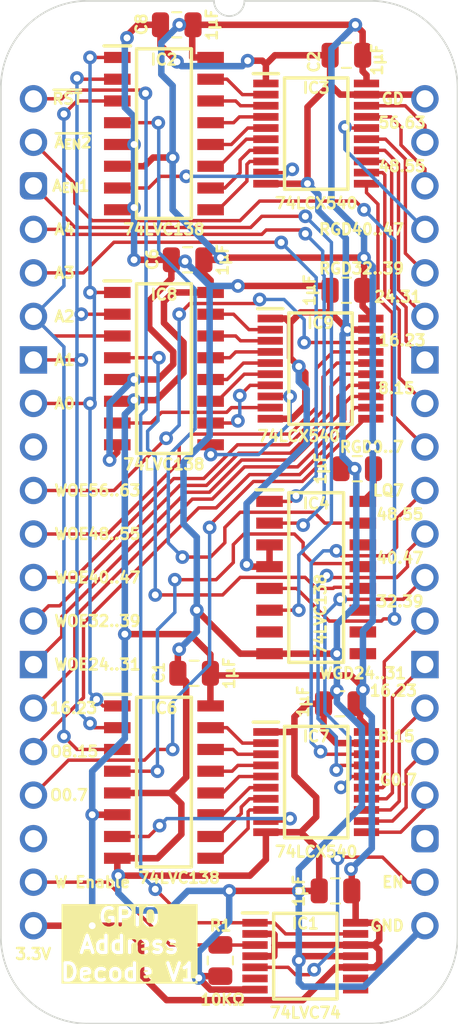
<source format=kicad_pcb>
(kicad_pcb (version 20240108) (generator "pcbnew") (generator_version "8.0")
  (title_block (title "GPIO Address Decode") (date "2025-04-25") (rev "V1"))
  (layers (0 "F.Cu" signal) (31 "B.Cu" signal) (34 "B.Paste" user) (35 "F.Paste" user) (36 "B.SilkS" user "B.Silkscreen") (37 "F.SilkS" user "F.Silkscreen") (38 "B.Mask" user) (39 "F.Mask" user) (44 "Edge.Cuts" user))
  (net 0 "")
  (net 1 "/GND")
  (net 2 "/3.3V")
  (net 3 "/~{Reset}")
  (net 4 "/Enable")
  (net 8 "/A0")
  (net 9 "/A1")
  (net 10 "/A2")
  (net 11 "/Read0")
  (net 12 "Net-(IC2-~{Y7})")
  (net 13 "Net-(IC2-~{Y6})")
  (net 14 "Net-(IC2-~{Y5})")
  (net 15 "Net-(IC2-~{Y4})")
  (net 16 "Net-(IC2-~{Y3})")
  (net 17 "Net-(IC2-~{Y2})")
  (net 18 "Net-(IC2-~{Y1})")
  (net 19 "Net-(IC2-~{Y0})")
  (net 20 "/Read GD _{0..7}")
  (net 21 "/Read GD _{8..15}")
  (net 22 "/Read GD _{16..23}")
  (net 23 "/Read GD _{24..31}")
  (net 24 "/Read GD _{32..39}")
  (net 25 "/Read GD _{40..47}")
  (net 26 "/Read GD _{48..55}")
  (net 27 "/Read GD _{56..63}")
  (net 28 "/A3")
  (net 29 "/A4")
  (net 30 "/~{A_{Enable}2}")
  (net 35 "/Write0")
  (net 36 "/Write1")
  (net 37 "/Read1")
  (net 38 "Net-(IC6-~{Y7})")
  (net 39 "Net-(IC6-~{Y6})")
  (net 40 "Net-(IC6-~{Y5})")
  (net 41 "Net-(IC6-~{Y4})")
  (net 42 "Net-(IC6-~{Y3})")
  (net 43 "Net-(IC6-~{Y2})")
  (net 44 "Net-(IC6-~{Y1})")
  (net 45 "Net-(IC6-~{Y0})")
  (net 46 "/Write GD _{0..7}")
  (net 47 "/Write GD _{8..15}")
  (net 48 "/Write GD _{16..23}")
  (net 49 "/Write GD _{24..31}")
  (net 50 "/Write GD _{32..39}")
  (net 51 "/Write GD _{40..47}")
  (net 52 "/Write GD _{48..55}")
  (net 53 "/Write GD _{56..63}")
  (net 54 "Net-(IC8-~{Y7})")
  (net 55 "Net-(IC8-~{Y6})")
  (net 56 "Net-(IC8-~{Y5})")
  (net 57 "Net-(IC8-~{Y4})")
  (net 58 "Net-(IC8-~{Y3})")
  (net 59 "Net-(IC8-~{Y2})")
  (net 60 "Net-(IC8-~{Y1})")
  (net 61 "Net-(IC8-~{Y0})")
  (net 62 "/Write OE _{0..7}")
  (net 63 "/Write OE _{8..15}")
  (net 64 "/Write OE _{16..23}")
  (net 65 "/Write OE _{24..31}")
  (net 66 "/Write OE _{32..39}")
  (net 67 "/Write OE _{40..47}")
  (net 68 "/Write OE _{48..55}")
  (net 69 "/Write OE _{56..63}")
  (net 70 "/A_{Enable}1")
  (net 74 "/Write Enable")
  (footprint "SamacSys_Parts:R_0805" (layer "F.Cu") (at 10.922 50.292)
    (property "Reference" "R1")
    (property "Value" "10KΩ")
  )
  (footprint "SamacSys_Parts:DIP-40_Board_W22.86mm" (layer "F.Cu") (at 0 0)
    (property "Reference" "J1" (hide yes))
    (property "Value" "Conn_02x20_Counter_Clockwise")
    (fp_line (start -1.905 -0.635) (end -1.905 48.895) (stroke (width 0.1)) (layer "Edge.Cuts"))
    (fp_line (start 10.541 -5.715) (end 3.175 -5.715) (stroke (width 0.1)) (layer "Edge.Cuts"))
    (fp_line (start 19.685 -5.715) (end 12.319 -5.715) (stroke (width 0.1)) (layer "Edge.Cuts"))
    (fp_line (start 19.685 53.975) (end 3.175 53.975) (stroke (width 0.1)) (layer "Edge.Cuts"))
    (fp_line (start 24.765 48.895) (end 24.765 -0.635) (stroke (width 0.1)) (layer "Edge.Cuts"))
    (fp_arc (start -1.905 -0.635) (mid -0.417102 -4.227102) (end 3.175 -5.715) (stroke (width 0.1)) (layer "Edge.Cuts"))
    (fp_arc (start 3.175 53.975) (mid -0.417102 52.487102) (end -1.905 48.895) (stroke (width 0.1)) (layer "Edge.Cuts"))
    (fp_arc (start 12.319 -5.715) (mid 11.43 -4.826) (end 10.541 -5.715) (stroke (width 0.1)) (layer "Edge.Cuts"))
    (fp_arc (start 19.685 -5.715) (mid 23.277102 -4.227102) (end 24.765 -0.635) (stroke (width 0.1)) (layer "Edge.Cuts"))
    (fp_arc (start 24.765 48.895) (mid 23.277102 52.487102) (end 19.685 53.975) (stroke (width 0.1)) (layer "Edge.Cuts"))
  )
  (footprint "SamacSys_Parts:SOP65P640X110-14N" (layer "F.Cu") (at 15.875 50.038)
    (property "Reference" "IC1")
    (property "Value" "74LVC74APW,118" (hide yes))
  )
  (footprint "SamacSys_Parts:C_0805" (layer "F.Cu") (at 18.923 21.59 90)
    (property "Reference" "C5" (hide yes))
    (property "Value" "1μF")
  )
  (footprint "SamacSys_Parts:SOP65P640X120-20N" (layer "F.Cu") (at 16.51 2.032)
    (property "Reference" "IC3")
    (property "Value" "74LCX540FT" (hide yes))
  )
  (footprint "SamacSys_Parts:C_0805" (layer "F.Cu") (at 8.382 -4.318 90)
    (property "Reference" "C8")
    (property "Value" "1μF")
  )
  (footprint "SamacSys_Parts:C_0805" (layer "F.Cu") (at 9.017 9.398 90)
    (property "Reference" "C6")
    (property "Value" "1μF")
  )
  (footprint "SamacSys_Parts:C_0805" (layer "F.Cu") (at 17.907 35.306 90)
    (property "Reference" "C4" (hide yes))
    (property "Value" "1μF")
  )
  (footprint "SamacSys_Parts:SOIC127P600X175-16N" (layer "F.Cu") (at 7.62 2.032)
    (property "Reference" "IC2")
    (property "Value" "74LVC138AD-Q100J" (hide yes))
  )
  (footprint "SamacSys_Parts:C_0805" (layer "F.Cu") (at 18.288 -2.54 90)
    (property "Reference" "C2")
    (property "Value" "1μF")
  )
  (footprint "SamacSys_Parts:SOIC127P600X175-16N" (layer "F.Cu") (at 7.62 15.748)
    (property "Reference" "IC8")
    (property "Value" "74LVC138AD-Q100J" (hide yes))
  )
  (footprint "SamacSys_Parts:C_0805" (layer "F.Cu") (at 9.398 33.528 90)
    (property "Reference" "C1")
    (property "Value" "1μF")
  )
  (footprint "SamacSys_Parts:C_0805" (layer "F.Cu") (at 18.288 11.176 90)
    (property "Reference" "C7" (hide yes))
    (property "Value" "1μF")
  )
  (footprint "SamacSys_Parts:SOIC127P600X175-16N" (layer "F.Cu") (at 7.62 39.878)
    (property "Reference" "IC6")
    (property "Value" "74LVC138AD-Q100J" (hide yes))
  )
  (footprint "SamacSys_Parts:SOP65P640X120-20N" (layer "F.Cu") (at 16.764 15.748)
    (property "Reference" "IC9")
    (property "Value" "74LCX540FT" (hide yes))
  )
  (footprint "SamacSys_Parts:SOIC127P600X175-16N" (layer "F.Cu") (at 16.51 27.94)
    (property "Reference" "IC4")
    (property "Value" "74LVC138AD-Q100J" (hide yes))
  )
  (footprint "SamacSys_Parts:C_0805" (layer "F.Cu") (at 17.653 46.228 90)
    (property "Reference" "C3" (hide yes))
    (property "Value" "1μF")
  )
  (footprint "SamacSys_Parts:SOP65P640X120-20N" (layer "F.Cu") (at 16.51 39.878)
    (property "Reference" "IC7")
    (property "Value" "74LCX540FT" (hide yes))
  )
  (footprint "SamacSys_Parts:PinHeader_1x20_P2.54mm_Vertical" (layer "B.Cu") (at 22.86 0 180)
    (property "Reference" "J3" (hide yes))
    (property "Value" "Pin_Header_01x20" (hide yes))
  )
  (footprint "SamacSys_Parts:PinHeader_1x20_P2.54mm_Vertical" (layer "B.Cu") (at 0 0 180)
    (property "Reference" "J2" (hide yes))
    (property "Value" "Pin_Header_01x20" (hide yes))
  )
  (gr_text "WGD24..31" (at 21.844 33.528 0) (layer "F.SilkS") (effects (font (size 0.635 0.635) (thickness 0.15) (bold yes)) (justify right)))
  (gr_text "LQ7" (at 21.717 22.86 0) (layer "F.SilkS") (effects (font (size 0.635 0.635) (thickness 0.15) (bold yes)) (justify right)))
  (gr_text "40.47" (at 22.86 26.797 0) (layer "F.SilkS") (effects (font (size 0.635 0.635) (thickness 0.15) (bold yes)) (justify right)))
  (gr_text "48.55" (at 22.987 3.937 0) (layer "F.SilkS") (effects (font (size 0.635 0.635) (thickness 0.15) (bold yes)) (justify right)))
  (gr_text "8.15" (at 22.352 16.891 0) (layer "F.SilkS") (effects (font (size 0.635 0.635) (thickness 0.15) (bold yes)) (justify right)))
  (gr_text "16.23" (at 22.987 14.097 0) (layer "F.SilkS") (effects (font (size 0.635 0.635) (thickness 0.15) (bold yes)) (justify right)))
  (gr_text "A2" (at 1.143 12.7 0) (layer "F.SilkS") (effects (font (size 0.635 0.635) (thickness 0.15) (bold yes)) (justify left)))
  (gr_text "A0" (at 1.143 17.78 0) (layer "F.SilkS") (effects (font (size 0.635 0.635) (thickness 0.15) (bold yes)) (justify left)))
  (gr_text "WOE48..55" (at 1.143 25.4 0) (layer "F.SilkS") (effects (font (size 0.635 0.635) (thickness 0.15) (bold yes)) (justify left)))
  (gr_text "A4" (at 1.143 7.62 0) (layer "F.SilkS") (effects (font (size 0.635 0.635) (thickness 0.15) (bold yes)) (justify left)))
  (gr_text "WOE32..39" (at 1.143 30.48 0) (layer "F.SilkS") (effects (font (size 0.635 0.635) (thickness 0.15) (bold yes)) (justify left)))
  (gr_text "GPIO\nAddress\nDecode V1" (at 5.588 51.562 0) (layer "F.SilkS" knockout) (effects (font (size 1 1) (thickness 0.2) (bold yes)) (justify bottom)))
  (gr_text "RGD40..47" (at 21.717 7.62 0) (layer "F.SilkS") (effects (font (size 0.635 0.635) (thickness 0.15) (bold yes)) (justify right)))
  (gr_text "32.39" (at 22.86 29.337 0) (layer "F.SilkS") (effects (font (size 0.635 0.635) (thickness 0.15) (bold yes)) (justify right)))
  (gr_text "O8.15" (at 0.889 38.1 0) (layer "F.SilkS") (effects (font (size 0.635 0.635) (thickness 0.15) (bold yes)) (justify left)))
  (gr_text "W Enable" (at 1.143 45.72 0) (layer "F.SilkS") (effects (font (size 0.635 0.635) (thickness 0.15) (bold yes)) (justify left)))
  (gr_text "48.55" (at 22.86 24.257 0) (layer "F.SilkS") (effects (font (size 0.635 0.635) (thickness 0.15) (bold yes)) (justify right)))
  (gr_text "RGD0..7" (at 21.717 20.32 0) (layer "F.SilkS") (effects (font (size 0.635 0.635) (thickness 0.15) (bold yes)) (justify right)))
  (gr_text "~{A_{EN}2}" (at 1.143 2.54 0) (layer "F.SilkS") (effects (font (size 0.635 0.635) (thickness 0.15) (bold yes)) (justify left)))
  (gr_text "G0.7" (at 22.479 39.751 0) (layer "F.SilkS") (effects (font (size 0.635 0.635) (thickness 0.15) (bold yes)) (justify right)))
  (gr_text "A_{EN}1" (at 1.016 5.08 0) (layer "F.SilkS") (effects (font (size 0.635 0.635) (thickness 0.15) (bold yes)) (justify left)))
  (gr_text "WOE40..47" (at 1.143 27.94 0) (layer "F.SilkS") (effects (font (size 0.635 0.635) (thickness 0.15) (bold yes)) (justify left)))
  (gr_text "GD" (at 21.717 0 0) (layer "F.SilkS") (effects (font (size 0.635 0.635) (thickness 0.15) (bold yes)) (justify right)))
  (gr_text "A1" (at 1.143 15.24 0) (layer "F.SilkS") (effects (font (size 0.635 0.635) (thickness 0.15) (bold yes)) (justify left)))
  (gr_text "WOE56..63" (at 1.143 22.86 0) (layer "F.SilkS") (effects (font (size 0.635 0.635) (thickness 0.15) (bold yes)) (justify left)))
  (gr_text "~{RST}" (at 1.016 0 0) (layer "F.SilkS") (effects (font (size 0.635 0.635) (thickness 0.15) (bold yes)) (justify left)))
  (gr_text "EN" (at 21.717 45.72 0) (layer "F.SilkS") (effects (font (size 0.635 0.635) (thickness 0.15) (bold yes)) (justify right)))
  (gr_text "A3" (at 1.143 10.16 0) (layer "F.SilkS") (effects (font (size 0.635 0.635) (thickness 0.15) (bold yes)) (justify left)))
  (gr_text "24.31" (at 22.733 11.557 0) (layer "F.SilkS") (effects (font (size 0.635 0.635) (thickness 0.15) (bold yes)) (justify right)))
  (gr_text "WOE24..31" (at 1.143 33.02 0) (layer "F.SilkS") (effects (font (size 0.635 0.635) (thickness 0.15) (bold yes)) (justify left)))
  (gr_text "RGD32..39" (at 21.717 9.906 0) (layer "F.SilkS") (effects (font (size 0.635 0.635) (thickness 0.15) (bold yes)) (justify right)))
  (gr_text "16.23" (at 0.889 35.56 0) (layer "F.SilkS") (effects (font (size 0.635 0.635) (thickness 0.15) (bold yes)) (justify left)))
  (gr_text "O0.7" (at 0.889 40.64 0) (layer "F.SilkS") (effects (font (size 0.635 0.635) (thickness 0.15) (bold yes)) (justify left)))
  (gr_text "8.15" (at 22.352 37.211 0) (layer "F.SilkS") (effects (font (size 0.635 0.635) (thickness 0.15) (bold yes)) (justify right)))
  (gr_text "56.63" (at 22.987 1.397 0) (layer "F.SilkS") (effects (font (size 0.635 0.635) (thickness 0.15) (bold yes)) (justify right)))
  (gr_text "16.23" (at 22.479 34.544 0) (layer "F.SilkS") (effects (font (size 0.635 0.635) (thickness 0.15) (bold yes)) (justify right)))
  (gr_text "GND" (at 21.717 48.26 0) (layer "F.SilkS") (effects (font (size 0.635 0.635) (thickness 0.15) (bold yes)) (justify right)))
  (gr_text "3.3V" (at -1.143 49.911 0) (layer "F.SilkS") (effects (font (size 0.635 0.635) (thickness 0.15) (bold yes)) (justify left)))
  (segment (start 8.051 9.398) (end 5.873475 9.398) (width 0.38) (layer "F.Cu") (net 1))
  (segment (start 17.322001 12.464494) (end 17.322 11.176) (width 0.38) (layer "F.Cu") (net 1))
  (segment (start 8.163476 15.492332) (end 7.272803 16.382992) (width 0.38) (layer "F.Cu") (net 1))
  (segment (start 13.468251 -2.118748) (end 13.572 -2.015) (width 0.38) (layer "F.Cu") (net 1))
  (segment (start 15.617001 42.803006) (end 16.51 41.909999) (width 0.38) (layer "F.Cu") (net 1))
  (segment (start 4.895 20.631999) (end 4.445 21.082) (width 0.38) (layer "F.Cu") (net 1))
  (segment (start 15.493999 15.620999) (end 15.875 16.002) (width 0.38) (layer "F.Cu") (net 1))
  (segment (start 8.382 -2.158992) (end 7.416002 -3.124993) (width 0.38) (layer "F.Cu") (net 1))
  (segment (start 8.051 10.491) (end 6.757998 11.783999) (width 0.38) (layer "F.Cu") (net 1))
  (segment (start 15.995171 4.957) (end 15.997999 4.957) (width 0.38) (layer "F.Cu") (net 1))
  (segment (start 15.108987 18.67297) (end 13.826 18.673) (width 0.38) (layer "F.Cu") (net 1))
  (segment (start 15.240002 39.496999) (end 16.510006 40.766997) (width 0.38) (layer "F.Cu") (net 1))
  (segment (start 8.432001 32.208) (end 8.432 33.528) (width 0.38) (layer "F.Cu") (net 1))
  (segment (start 7.238999 44.322998) (end 8.636 42.925999) (width 0.38) (layer "F.Cu") (net 1))
  (segment (start 8.051 9.398) (end 8.762987 9.398) (width 0.38) (layer "F.Cu") (net 1))
  (segment (start 8.000999 40.513) (end 8.635999 41.148) (width 0.38) (layer "F.Cu") (net 1))
  (segment (start 15.24 36.5105) (end 15.24 36.953) (width 0.38) (layer "F.Cu") (net 1))
  (segment (start 13.785 32.385) (end 17.718048 32.385) (width 0.38) (layer "F.Cu") (net 1))
  (segment (start 12.571 27.304999) (end 12.446 27.18) (width 0.38) (layer "F.Cu") (net 1))
  (segment (start 5.873475 16.383) (end 4.895 16.383) (width 0.38) (layer "F.Cu") (net 1))
  (segment (start 15.748 50.037998) (end 18.813 50.038) (width 0.38) (layer "F.Cu") (net 1))
  (segment (start 19.448 -0.243) (end 22.617 -0.243) (width 0.38) (layer "F.Cu") (net 1))
  (segment (start 12.636499 45.339) (end 13.571999 44.403499) (width 0.38) (layer "F.Cu") (net 1))
  (segment (start 9.536998 29.845) (end 12.076993 32.385012) (width 0.38) (layer "F.Cu") (net 1))
  (segment (start 15.240002 36.068001) (end 16.002001 35.306001) (width 0.38) (layer "F.Cu") (net 1))
  (segment (start 12.076993 32.385012) (end 13.785 32.385) (width 0.38) (layer "F.Cu") (net 1))
  (segment (start 15.748 50.037998) (end 15.494 50.292) (width 0.38) (layer "F.Cu") (net 1))
  (segment (start 4.894995 45.281001) (end 4.895 44.323) (width 0.38) (layer "F.Cu") (net 1))
  (segment (start 8.635999 41.148) (end 8.636 42.925999) (width 0.38) (layer "F.Cu") (net 1))
  (segment (start 16.940984 36.880006) (end 16.941 35.306) (width 0.38) (layer "F.Cu") (net 1))
  (segment (start 18.7575 21.59) (end 17.957 21.59) (width 0.38) (layer "F.Cu") (net 1))
  (segment (start 15.239999 36.953) (end 13.572 36.953) (width 0.38) (layer "F.Cu") (net 1))
  (segment (start 16.002 4.953) (end 15.997999 4.957) (width 0.38) (layer "F.Cu") (net 1))
  (segment (start 7.238999 44.322998) (end 4.895 44.323) (width 0.38) (layer "F.Cu") (net 1))
  (segment (start 5.746471 6.476992) (end 4.895 6.477) (width 0.38) (layer "F.Cu") (net 1))
  (segment (start 13.364502 -2.222497) (end 13.572009 -2.015003) (width 0.38) (layer "F.Cu") (net 1))
  (segment (start 15.617001 42.803006) (end 16.686999 43.873) (width 0.38) (layer "F.Cu") (net 1))
  (segment (start 7.416004 -4.318004) (end 7.416002 -3.124993) (width 0.38) (layer "F.Cu") (net 1))
  (segment (start 13.785 27.305) (end 13.785 26.035) (width 0.38) (layer "F.Cu") (net 1))
  (segment (start 8.917998 39.595999) (end 8.917999 34.014) (width 0.38) (layer "F.Cu") (net 1))
  (segment (start 16.940984 36.880006) (end 17.664 37.602999) (width 0.38) (layer "F.Cu") (net 1))
  (segment (start 9.652 51.308) (end 9.755503 51.204507) (width 0.38) (layer "F.Cu") (net 1))
  (segment (start 8.917998 39.595999) (end 8.001 40.513001) (width 0.38) (layer "F.Cu") (net 1))
  (segment (start 8.762987 9.398) (end 8.8515 9.486512) (width 0.38) (layer "F.Cu") (net 1))
  (segment (start 15.995171 4.957) (end 13.572 4.957) (width 0.38) (layer "F.Cu") (net 1))
  (segment (start 15.240002 39.496999) (end 15.239999 36.953) (width 0.38) (layer "F.Cu") (net 1))
  (segment (start 16.002001 0.481) (end 17.321995 -0.838997) (width 0.38) (layer "F.Cu") (net 1))
  (segment (start 5.746471 6.476992) (end 5.873475 6.35) (width 0.38) (layer "F.Cu") (net 1))
  (segment (start 18.330488 13.472981) (end 18.330502 13.472981) (width 0.38) (layer "F.Cu") (net 1))
  (segment (start 17.710524 34.544) (end 17.702996 34.543991) (width 0.38) (layer "F.Cu") (net 1))
  (segment (start 8.051 10.491) (end 8.051 9.398) (width 0.38) (layer "F.Cu") (net 1))
  (segment (start 18.330521 13.473) (end 18.330502 13.472981) (width 0.38) (layer "F.Cu") (net 1))
  (segment (start 17.710524 34.544) (end 17.718048 34.544) (width 0.38) (layer "F.Cu") (net 1))
  (segment (start 17.322001 12.464494) (end 18.330488 13.472981) (width 0.38) (layer "F.Cu") (net 1))
  (segment (start 13.572 42.803) (end 15.617001 42.803006) (width 0.38) (layer "F.Cu") (net 1))
  (segment (start 9.652 51.308) (end 10.332 51.987999) (width 0.38) (layer "F.Cu") (net 1))
  (segment (start 13.572003 -2.015) (end 13.572 -0.893) (width 0.38) (layer "F.Cu") (net 1))
  (segment (start 15.602506 12.464494) (end 14.986 13.081) (width 0.38) (layer "F.Cu") (net 1))
  (segment (start 5.873475 16.383) (end 7.272803 16.382992) (width 0.38) (layer "F.Cu") (net 1))
  (segment (start 8.432001 32.208) (end 8.509 32.131) (width 0.38) (layer "F.Cu") (net 1))
  (segment (start 16.002001 35.306001) (end 16.941 35.306) (width 0.38) (layer "F.Cu") (net 1))
  (segment (start 4.895 20.631999) (end 4.895 20.193) (width 0.38) (layer "F.Cu") (net 1))
  (segment (start 5.461 -3.683) (end 6.095998 -4.318004) (width 0.38) (layer "F.Cu") (net 1))
  (segment (start 17.664 37.602999) (end 19.448 37.603) (width 0.38) (layer "F.Cu") (net 1))
  (segment (start 8.163482 14.765057) (end 8.163476 15.492332) (width 0.38) (layer "F.Cu") (net 1))
  (segment (start 11.938 10.922) (end 17.068 10.922) (width 0.38) (layer "F.Cu") (net 1))
  (segment (start 17.322001 12.464494) (end 15.602506 12.464494) (width 0.38) (layer "F.Cu") (net 1))
  (segment (start 14.986 15.113) (end 15.493999 15.620999) (width 0.38) (layer "F.Cu") (net 1))
  (segment (start 8.001 40.513001) (end 4.895 40.513) (width 0.38) (layer "F.Cu") (net 1))
  (segment (start 17.322 -2.54) (end 17.321995 -0.838997) (width 0.38) (layer "F.Cu") (net 1))
  (segment (start 5.461 -3.556) (end 5.461 -3.683) (width 0.38) (layer "F.Cu") (net 1))
  (segment (start 6.757997 13.359585) (end 6.757998 11.783999) (width 0.38) (layer "F.Cu") (net 1))
  (segment (start 13.572 42.803) (end 13.571999 44.403499) (width 0.38) (layer "F.Cu") (net 1))
  (segment (start 9.755503 51.204507) (end 10.912 51.2045) (width 0.38) (layer "F.Cu") (net 1))
  (segment (start 14.986 13.081) (end 14.986 15.113) (width 0.38) (layer "F.Cu") (net 1))
  (segment (start 4.953 45.339) (end 12.636499 45.339) (width 0.38) (layer "F.Cu") (net 1))
  (segment (start 8.917999 34.014) (end 8.636 33.732) (width 0.38) (layer "F.Cu") (net 1))
  (segment (start 8.3185 40.8305) (end 8.001001 40.513) (width 0.38) (layer "F.Cu") (net 1))
  (segment (start 13.826 12.823) (end 14.728 12.823) (width 0.38) (layer "F.Cu") (net 1))
  (segment (start 19.702 13.473) (end 18.330521 13.473) (width 0.38) (layer "F.Cu") (net 1))
  (segment (start 16.686999 43.873) (end 16.687 46.228) (width 0.38) (layer "F.Cu") (net 1))
  (segment (start 13.572003 -2.015) (end 14.096995 -2.540012) (width 0.38) (layer "F.Cu") (net 1))
  (segment (start 10.332 51.987999) (end 12.937 51.988) (width 0.38) (layer "F.Cu") (net 1))
  (segment (start 15.108987 18.67297) (end 15.874997 17.906998) (width 0.38) (layer "F.Cu") (net 1))
  (segment (start 12.509497 -2.222497) (end 13.364502 -2.222497) (width 0.38) (layer "F.Cu") (net 1))
  (segment (start 4.953 45.339) (end 4.894995 45.281001) (width 0.38) (layer "F.Cu") (net 1))
  (segment (start 17.62 -0.541) (end 17.322 -0.838998) (width 0.38) (layer "F.Cu") (net 1))
  (segment (start 15.240002 36.068001) (end 15.24 37.3955) (width 0.38) (layer "F.Cu") (net 1))
  (segment (start 17.918 -0.243001) (end 19.448 -0.243) (width 0.38) (layer "F.Cu") (net 1))
  (segment (start 15.493994 46.228) (end 16.687 46.228) (width 0.38) (layer "F.Cu") (net 1))
  (segment (start 17.697679 34.54932) (end 17.702996 34.543991) (width 0.38) (layer "F.Cu") (net 1))
  (segment (start 16.002001 0.481) (end 16.002 4.953) (width 0.38) (layer "F.Cu") (net 1))
  (segment (start 15.493994 46.228) (end 11.43 46.228) (width 0.38) (layer "F.Cu") (net 1))
  (segment (start 8.163482 14.765057) (end 6.757997 13.359585) (width 0.38) (layer "F.Cu") (net 1))
  (segment (start 7.416004 -4.318004) (end 6.095998 -4.318004) (width 0.38) (layer "F.Cu") (net 1))
  (segment (start 17.322 -2.54) (end 14.096995 -2.540012) (width 0.38) (layer "F.Cu") (net 1))
  (segment (start 16.510006 40.766997) (end 16.51 41.909999) (width 0.38) (layer "F.Cu") (net 1))
  (segment (start 14.728 12.823) (end 14.986 13.081) (width 0.38) (layer "F.Cu") (net 1))
  (segment (start 15.874997 17.906998) (end 15.875 16.002) (width 0.38) (layer "F.Cu") (net 1))
  (segment (start 5.873475 2.667) (end 4.895 2.667) (width 0.38) (layer "F.Cu") (net 1))
  (segment (start 17.918 -0.243001) (end 17.321986 -0.838994) (width 0.38) (layer "F.Cu") (net 1))
  (segment (start 13.785 27.305) (end 12.571 27.304999) (width 0.38) (layer "F.Cu") (net 1))
  (segment (start 17.697679 34.54932) (end 16.941 35.306) (width 0.38) (layer "F.Cu") (net 1))
  (via (at 17.718048 34.544) (size 0.8) (drill 0.4) (layers "F.Cu" "B.Cu") (net 1))
  (via (at 11.938 10.922) (size 0.8) (drill 0.4) (layers "F.Cu" "B.Cu") (net 1))
  (via (at 18.7575 21.59) (size 0.8) (drill 0.4) (layers "F.Cu" "B.Cu") (net 1))
  (via (at 5.873475 9.398) (size 0.8) (drill 0.4) (layers "F.Cu" "B.Cu") (net 1))
  (via (at 18.330502 13.472981) (size 0.8) (drill 0.4) (layers "F.Cu" "B.Cu") (net 1))
  (via (at 12.446 27.18) (size 0.8) (drill 0.4) (layers "F.Cu" "B.Cu") (net 1))
  (via (at 8.382 -2.158992) (size 0.8) (drill 0.4) (layers "F.Cu" "B.Cu") (net 1))
  (via (at 8.509 32.131) (size 0.8) (drill 0.4) (layers "F.Cu" "B.Cu") (net 1))
  (via (at 9.652 51.308) (size 0.8) (drill 0.4) (layers "F.Cu" "B.Cu") (net 1))
  (via (at 12.509497 -2.222497) (size 0.8) (drill 0.4) (layers "F.Cu" "B.Cu") (net 1))
  (via (at 5.461 -3.556) (size 0.8) (drill 0.4) (layers "F.Cu" "B.Cu") (net 1))
  (via (at 11.43 46.228) (size 0.8) (drill 0.4) (layers "F.Cu" "B.Cu") (net 1))
  (via (at 5.873475 6.35) (size 0.8) (drill 0.4) (layers "F.Cu" "B.Cu") (net 1))
  (via (at 15.493999 15.620999) (size 0.8) (drill 0.4) (layers "F.Cu" "B.Cu") (net 1))
  (via (at 5.873475 2.667) (size 0.8) (drill 0.4) (layers "F.Cu" "B.Cu") (net 1))
  (via (at 16.002 4.953) (size 0.8) (drill 0.4) (layers "F.Cu" "B.Cu") (net 1))
  (via (at 4.445 21.082) (size 0.8) (drill 0.4) (layers "F.Cu" "B.Cu") (net 1))
  (via (at 17.718048 32.385) (size 0.8) (drill 0.4) (layers "F.Cu" "B.Cu") (net 1))
  (via (at 15.493994 46.228) (size 0.8) (drill 0.4) (layers "F.Cu" "B.Cu") (net 1))
  (via (at 4.953 45.339) (size 0.8) (drill 0.4) (layers "F.Cu" "B.Cu") (net 1))
  (via (at 5.873475 16.383) (size 0.8) (drill 0.4) (layers "F.Cu" "B.Cu") (net 1))
  (via (at 9.536998 29.845) (size 0.8) (drill 0.4) (layers "F.Cu" "B.Cu") (net 1))
  (via (at 8.8515 9.486512) (size 0.8) (drill 0.4) (layers "F.Cu" "B.Cu") (net 1))
  (via (at 15.494 50.292) (size 0.8) (drill 0.4) (layers "F.Cu" "B.Cu") (net 1))
  (segment (start 15.493999 15.620999) (end 15.494 15.621) (width 0.38) (layer "B.Cu") (net 1))
  (segment (start 8.763004 21.209002) (end 8.763001 24.809939) (width 0.38) (layer "B.Cu") (net 1))
  (segment (start 19.303995 51.815991) (end 22.86 48.26) (width 0.38) (layer "B.Cu") (net 1))
  (segment (start 18.850999 21.6835) (end 18.7575 21.59) (width 0.38) (layer "B.Cu") (net 1))
  (segment (start 5.841994 16.382985) (end 4.444998 17.779999) (width 0.38) (layer "B.Cu") (net 1))
  (segment (start 5.969 47.370999) (end 7.873998 47.370997) (width 0.38) (layer "B.Cu") (net 1))
  (segment (start 15.493994 46.228) (end 15.493991 44.958005) (width 0.38) (layer "B.Cu") (net 1))
  (segment (start 9.536986 25.583943) (end 9.536998 29.845) (width 0.38) (layer "B.Cu") (net 1))
  (segment (start 9.536997 31.103001) (end 8.509 32.131) (width 0.38) (layer "B.Cu") (net 1))
  (segment (start 10.286993 10.921997) (end 10.286988 19.685011) (width 0.38) (layer "B.Cu") (net 1))
  (segment (start 8.763004 21.209002) (end 10.286988 19.685011) (width 0.38) (layer "B.Cu") (net 1))
  (segment (start 5.873475 16.383) (end 5.841994 16.382985) (width 0.38) (layer "B.Cu") (net 1))
  (segment (start 5.873475 6.35) (end 5.873475 2.667) (width 0.38) (layer "B.Cu") (net 1))
  (segment (start 11.43 46.228) (end 11.43 48.005999) (width 0.38) (layer "B.Cu") (net 1))
  (segment (start 19.176985 36.703006) (end 17.718058 35.244043) (width 0.38) (layer "B.Cu") (net 1))
  (segment (start 5.334 -3.428999) (end 5.334002 0.507998) (width 0.38) (layer "B.Cu") (net 1))
  (segment (start 5.969 47.370999) (end 4.953001 46.354999) (width 0.38) (layer "B.Cu") (net 1))
  (segment (start 19.176997 41.274998) (end 19.176985 36.703006) (width 0.38) (layer "B.Cu") (net 1))
  (segment (start 5.334002 0.507998) (end 5.873452 1.047484) (width 0.38) (layer "B.Cu") (net 1))
  (segment (start 15.494 15.621) (end 15.494001 16.509999) (width 0.38) (layer "B.Cu") (net 1))
  (segment (start 11.43 46.228) (end 9.016997 46.227991) (width 0.38) (layer "B.Cu") (net 1))
  (segment (start 15.958 20.11) (end 12.446004 23.622002) (width 0.38) (layer "B.Cu") (net 1))
  (segment (start 16.636999 5.588) (end 16.63701 6.535239) (width 0.38) (layer "B.Cu") (net 1))
  (segment (start 19.176997 41.274998) (end 15.493991 44.958005) (width 0.38) (layer "B.Cu") (net 1))
  (segment (start 15.748 51.815999) (end 19.303995 51.815991) (width 0.38) (layer "B.Cu") (net 1))
  (segment (start 15.493994 46.228) (end 15.493994 50.291994) (width 0.38) (layer "B.Cu") (net 1))
  (segment (start 5.873475 2.667) (end 5.873452 1.047484) (width 0.38) (layer "B.Cu") (net 1))
  (segment (start 9.651991 49.783996) (end 9.652 51.308) (width 0.38) (layer "B.Cu") (net 1))
  (segment (start 16.002 4.953) (end 16.636999 5.588) (width 0.38) (layer "B.Cu") (net 1))
  (segment (start 9.016997 46.227991) (end 7.873998 47.370997) (width 0.38) (layer "B.Cu") (net 1))
  (segment (start 9.536997 31.103001) (end 9.536998 29.845) (width 0.38) (layer "B.Cu") (net 1))
  (segment (start 18.850999 21.6835) (end 18.851007 29.536002) (width 0.38) (layer "B.Cu") (net 1))
  (segment (start 5.334 -3.428999) (end 5.461 -3.556) (width 0.38) (layer "B.Cu") (net 1))
  (segment (start 15.748 51.815999) (end 15.493998 51.562) (width 0.38) (layer "B.Cu") (net 1))
  (segment (start 4.953 45.339) (end 4.953001 46.354999) (width 0.38) (layer "B.Cu") (net 1))
  (segment (start 17.718034 30.668947) (end 18.851007 29.536002) (width 0.38) (layer "B.Cu") (net 1))
  (segment (start 17.718048 32.385) (end 17.718034 30.668947) (width 0.38) (layer "B.Cu") (net 1))
  (segment (start 18.049748 20.88225) (end 18.049748 13.753735) (width 0.38) (layer "B.Cu") (net 1))
  (segment (start 15.494 50.292) (end 15.493994 50.291994) (width 0.38) (layer "B.Cu") (net 1))
  (segment (start 15.494001 16.509999) (end 15.957999 16.974) (width 0.38) (layer "B.Cu") (net 1))
  (segment (start 17.718048 34.544) (end 17.718058 35.244043) (width 0.38) (layer "B.Cu") (net 1))
  (segment (start 15.958 20.11) (end 15.957999 16.974) (width 0.38) (layer "B.Cu") (net 1))
  (segment (start 15.493998 51.562) (end 15.494 50.292) (width 0.38) (layer "B.Cu") (net 1))
  (segment (start 18.049748 13.753735) (end 18.330502 13.472981) (width 0.38) (layer "B.Cu") (net 1))
  (segment (start 4.445 21.082) (end 4.444998 17.779999) (width 0.38) (layer "B.Cu") (net 1))
  (segment (start 17.718048 32.385) (end 17.718048 34.544) (width 0.38) (layer "B.Cu") (net 1))
  (segment (start 18.240257 13.382736) (end 18.330502 13.472981) (width 0.38) (layer "B.Cu") (net 1))
  (segment (start 10.286993 10.921997) (end 11.938 10.922) (width 0.38) (layer "B.Cu") (net 1))
  (segment (start 16.63701 6.535239) (end 18.240257 8.138486) (width 0.38) (layer "B.Cu") (net 1))
  (segment (start 18.240257 8.138486) (end 18.240257 13.382736) (width 0.38) (layer "B.Cu") (net 1))
  (segment (start 12.191998 -1.905001) (end 12.509497 -2.222497) (width 0.38) (layer "B.Cu") (net 1))
  (segment (start 9.651991 49.783996) (end 11.43 48.005999) (width 0.38) (layer "B.Cu") (net 1))
  (segment (start 18.7575 21.59) (end 18.049748 20.88225) (width 0.38) (layer "B.Cu") (net 1))
  (segment (start 12.446 27.18) (end 12.446004 23.622002) (width 0.38) (layer "B.Cu") (net 1))
  (segment (start 5.873475 6.35) (end 5.873475 9.398) (width 0.38) (layer "B.Cu") (net 1))
  (segment (start 10.286993 10.921997) (end 8.8515 9.486512) (width 0.38) (layer "B.Cu") (net 1))
  (segment (start 8.635992 -1.905001) (end 12.191998 -1.905001) (width 0.38) (layer "B.Cu") (net 1))
  (segment (start 8.763001 24.809939) (end 9.536986 25.583943) (width 0.38) (layer "B.Cu") (net 1))
  (segment (start 8.635992 -1.905001) (end 8.382 -2.158992) (width 0.38) (layer "B.Cu") (net 1))
  (segment (start 9.316 -4.318) (end 8.5155 -4.318) (width 0.38) (layer "F.Cu") (net 2))
  (segment (start 19.222 -2.54) (end 19.221998 -1.605999) (width 0.38) (layer "F.Cu") (net 2))
  (segment (start 9.271001 -2.413) (end 9.271 -4.273) (width 0.38) (layer "F.Cu") (net 2))
  (segment (start 18.586999 45.003) (end 18.587 46.228) (width 0.38) (layer "F.Cu") (net 2))
  (segment (start 14.029499 48.738) (end 12.937 48.738) (width 0.38) (layer "F.Cu") (net 2))
  (segment (start 10.332 34.077) (end 10.332 35.42) (width 0.38) (layer "F.Cu") (net 2))
  (segment (start 10.332 32.43) (end 9.143999 31.242) (width 0.38) (layer "F.Cu") (net 2))
  (segment (start 20.04925 49.53175) (end 19.905501 49.388) (width 0.38) (layer "F.Cu") (net 2))
  (segment (start 6.476998 3.936997) (end 6.984995 3.429005) (width 0.38) (layer "F.Cu") (net 2))
  (segment (start 19.304 9.271) (end 10.92199 9.271) (width 0.38) (layer "F.Cu") (net 2))
  (segment (start 19.050001 34.671) (end 19.2405 34.4805) (width 0.38) (layer "F.Cu") (net 2))
  (segment (start 9.951 10.204999) (end 10.344999 10.599) (width 0.38) (layer "F.Cu") (net 2))
  (segment (start 19.812 20.32) (end 19.812 21.545) (width 0.38) (layer "F.Cu") (net 2))
  (segment (start 19.701987 12.590006) (end 19.221996 12.110001) (width 0.38) (layer "F.Cu") (net 2))
  (segment (start 14.0645 50.020928) (end 14.064488 50.027994) (width 0.38) (layer "F.Cu") (net 2))
  (segment (start 5.807269 17.653022) (end 5.873475 17.586786) (width 0.38) (layer "F.Cu") (net 2))
  (segment (start 3.429 48.26) (end 5.206999 48.26) (width 0.38) (layer "F.Cu") (net 2))
  (segment (start 19.304 9.271) (end 19.304 11.094) (width 0.38) (layer "F.Cu") (net 2))
  (segment (start 8.762999 14.224) (end 8.763 16.002) (width 0.38) (layer "F.Cu") (net 2))
  (segment (start 18.813 49.388) (end 14.075748 49.39175) (width 0.38) (layer "F.Cu") (net 2))
  (segment (start 8.763 16.002) (end 7.178212 17.586784) (width 0.38) (layer "F.Cu") (net 2))
  (segment (start 18.586999 45.003) (end 18.542 44.958) (width 0.38) (layer "F.Cu") (net 2))
  (segment (start 6.286499 49.3395) (end 6.2865 51.117499) (width 0.38) (layer "F.Cu") (net 2))
  (segment (start 14.0595 50.033) (end 14.064488 50.027994) (width 0.38) (layer "F.Cu") (net 2))
  (segment (start 10.332 32.43) (end 10.332 34.077) (width 0.38) (layer "F.Cu") (net 2))
  (segment (start 14.075748 49.39175) (end 14.0645 50.020928) (width 0.38) (layer "F.Cu") (net 2))
  (segment (start 18.813 48.088) (end 18.813 46.454) (width 0.38) (layer "F.Cu") (net 2))
  (segment (start 19.905499 49.388) (end 20.192999 49.6755) (width 0.38) (layer "F.Cu") (net 2))
  (segment (start 18.813 48.088) (end 19.930499 48.088) (width 0.38) (layer "F.Cu") (net 2))
  (segment (start 14.0595 50.033) (end 14.054499 50.038) (width 0.38) (layer "F.Cu") (net 2))
  (segment (start 19.222 -3.891999) (end 18.796 -4.318) (width 0.38) (layer "F.Cu") (net 2))
  (segment (start 5.807269 17.653022) (end 4.895 17.653) (width 0.38) (layer "F.Cu") (net 2))
  (segment (start 20.193006 50.425502) (end 19.930499 50.688) (width 0.38) (layer "F.Cu") (net 2))
  (segment (start 9.951 9.926399) (end 9.951 10.204999) (width 0.38) (layer "F.Cu") (net 2))
  (segment (start 18.796 -4.318) (end 9.316 -4.318) (width 0.38) (layer "F.Cu") (net 2))
  (segment (start 19.448 -1.379999) (end 19.221998 -1.605999) (width 0.38) (layer "F.Cu") (net 2))
  (segment (start 18.541999 33.655) (end 19.2405 34.3535) (width 0.38) (layer "F.Cu") (net 2))
  (segment (start 10.345 11.303) (end 10.344999 10.599) (width 0.38) (layer "F.Cu") (net 2))
  (segment (start 10.794988 9.397997) (end 9.951 9.398) (width 0.38) (layer "F.Cu") (net 2))
  (segment (start 19.066997 36.212001) (end 19.067 35.532) (width 0.38) (layer "F.Cu") (net 2))
  (segment (start 10.345 11.303) (end 8.153771 11.302999) (width 0.38) (layer "F.Cu") (net 2))
  (segment (start 7.62 11.836771) (end 8.153771 11.302999) (width 0.38) (layer "F.Cu") (net 2))
  (segment (start 14.0795 49.387999) (end 14.064501 49.403) (width 0.38) (layer "F.Cu") (net 2))
  (segment (start 15.732902 52.602999) (end 17.647895 50.687979) (width 0.38) (layer "F.Cu") (net 2))
  (segment (start 19.905499 49.387999) (end 18.813 49.388) (width 0.38) (layer "F.Cu") (net 2))
  (segment (start 3.429 41.783) (end 4.895 41.783) (width 0.38) (layer "F.Cu") (net 2))
  (segment (start 5.873475 17.586786) (end 7.178212 17.586784) (width 0.38) (layer "F.Cu") (net 2))
  (segment (start 14.079499 48.788) (end 14.029499 48.738) (width 0.38) (layer "F.Cu") (net 2))
  (segment (start 9.143999 31.242) (end 5.334 31.242) (width 0.38) (layer "F.Cu") (net 2))
  (segment (start 10.794988 9.397997) (end 10.92199 9.271) (width 0.38) (layer "F.Cu") (net 2))
  (segment (start 14.079499 48.788) (end 14.075748 49.39175) (width 0.38) (layer "F.Cu") (net 2))
  (segment (start 6.2865 51.117499) (end 7.772 52.602999) (width 0.38) (layer "F.Cu") (net 2))
  (segment (start 6.476998 3.936997) (end 4.895 3.937) (width 0.38) (layer "F.Cu") (net 2))
  (segment (start 5.206999 48.26) (end 6.286499 49.3395) (width 0.38) (layer "F.Cu") (net 2))
  (segment (start 14.072 49.3955) (end 14.079499 49.387998) (width 0.38) (layer "F.Cu") (net 2))
  (segment (start 15.732902 52.602999) (end 7.772 52.602999) (width 0.38) (layer "F.Cu") (net 2))
  (segment (start 18.813 50.688) (end 19.930499 50.688) (width 0.38) (layer "F.Cu") (net 2))
  (segment (start 14.047428 50.038) (end 12.937 50.038) (width 0.38) (layer "F.Cu") (net 2))
  (segment (start 19.222 -3.891999) (end 19.222 -2.54) (width 0.38) (layer "F.Cu") (net 2))
  (segment (start 20.192997 49.100498) (end 20.192999 48.3505) (width 0.38) (layer "F.Cu") (net 2))
  (segment (start 19.066997 36.212001) (end 19.447987 36.593005) (width 0.38) (layer "F.Cu") (net 2))
  (segment (start 19.05 34.805703) (end 19.050001 34.671) (width 0.38) (layer "F.Cu") (net 2))
  (segment (start 19.447987 36.593005) (end 19.448 36.953) (width 0.38) (layer "F.Cu") (net 2))
  (segment (start 6.984995 3.429005) (end 8.127995 3.429005) (width 0.38) (layer "F.Cu") (net 2))
  (segment (start 19.856997 22.904998) (end 19.267 23.495) (width 0.38) (layer "F.Cu") (net 2))
  (segment (start 18.541999 33.655) (end 10.459 33.655) (width 0.38) (layer "F.Cu") (net 2))
  (segment (start 9.808 -2.413) (end 9.271001 -2.413) (width 0.38) (layer "F.Cu") (net 2))
  (segment (start 7.619994 13.081001) (end 7.62 11.836771) (width 0.38) (layer "F.Cu") (net 2))
  (segment (start 19.701987 12.590006) (end 19.702 12.823) (width 0.38) (layer "F.Cu") (net 2))
  (segment (start 20.04925 49.24425) (end 19.905498 49.387997) (width 0.38) (layer "F.Cu") (net 2))
  (segment (start 19.448 -1.379999) (end 19.448 -0.893) (width 0.38) (layer "F.Cu") (net 2))
  (segment (start 19.930499 48.088) (end 20.192999 48.3505) (width 0.38) (layer "F.Cu") (net 2))
  (segment (start 14.047428 50.038) (end 14.054499 50.038) (width 0.38) (layer "F.Cu") (net 2))
  (segment (start 17.647895 50.687979) (end 18.813 50.688) (width 0.38) (layer "F.Cu") (net 2))
  (segment (start 19.905501 49.388) (end 20.192997 49.100498) (width 0.38) (layer "F.Cu") (net 2))
  (segment (start 19.856997 22.904998) (end 19.857 21.59) (width 0.38) (layer "F.Cu") (net 2))
  (segment (start 19.221996 12.110001) (end 19.222 11.176) (width 0.38) (layer "F.Cu") (net 2))
  (segment (start 20.192999 49.6755) (end 20.193006 50.425502) (width 0.38) (layer "F.Cu") (net 2))
  (segment (start 7.619994 13.081001) (end 8.762999 14.224) (width 0.38) (layer "F.Cu") (net 2))
  (segment (start 3.429 48.26) (end 0 48.26) (width 0.38) (layer "F.Cu") (net 2))
  (segment (start 19.2405 34.4805) (end 19.2405 34.3535) (width 0.38) (layer "F.Cu") (net 2))
  (via (at 8.127995 3.429005) (size 0.8) (drill 0.4) (layers "F.Cu" "B.Cu") (net 2))
  (via (at 19.2405 34.4805) (size 0.8) (drill 0.4) (layers "F.Cu" "B.Cu") (net 2))
  (via (at 5.873475 17.586786) (size 0.8) (drill 0.4) (layers "F.Cu" "B.Cu") (net 2))
  (via (at 3.429 48.26) (size 0.8) (drill 0.4) (layers "F.Cu" "B.Cu") (net 2))
  (via (at 3.429 41.783) (size 0.8) (drill 0.4) (layers "F.Cu" "B.Cu") (net 2))
  (via (at 19.812 20.32) (size 0.8) (drill 0.4) (layers "F.Cu" "B.Cu") (net 2))
  (via (at 5.334 31.242) (size 0.8) (drill 0.4) (layers "F.Cu" "B.Cu") (net 2))
  (via (at 8.5155 -4.318) (size 0.8) (drill 0.4) (layers "F.Cu" "B.Cu") (net 2))
  (via (at 18.542 44.958) (size 0.8) (drill 0.4) (layers "F.Cu" "B.Cu") (net 2))
  (via (at 19.304 9.271) (size 0.8) (drill 0.4) (layers "F.Cu" "B.Cu") (net 2))
  (via (at 18.796 -4.318) (size 0.8) (drill 0.4) (layers "F.Cu" "B.Cu") (net 2))
  (via (at 10.92199 9.271) (size 0.8) (drill 0.4) (layers "F.Cu" "B.Cu") (net 2))
  (segment (start 19.240492 35.551503) (end 19.756999 36.068) (width 0.38) (layer "B.Cu") (net 2))
  (segment (start 8.127995 3.429005) (end 8.127996 -0.762005) (width 0.38) (layer "B.Cu") (net 2))
  (segment (start 3.428999 39.243) (end 5.333999 37.337999) (width 0.38) (layer "B.Cu") (net 2))
  (segment (start 19.2405 34.4805) (end 19.240501 31.0515) (width 0.38) (layer "B.Cu") (net 2))
  (segment (start 19.812004 30.480001) (end 19.240501 31.0515) (width 0.38) (layer "B.Cu") (net 2))
  (segment (start 19.756999 36.068) (end 19.756997 43.742998) (width 0.38) (layer "B.Cu") (net 2))
  (segment (start 8.127998 6.477007) (end 8.127998 3.429008) (width 0.38) (layer "B.Cu") (net 2))
  (segment (start 19.812004 30.480001) (end 19.812 20.32) (width 0.38) (layer "B.Cu") (net 2))
  (segment (start 19.812 20.32) (end 19.811999 9.779) (width 0.38) (layer "B.Cu") (net 2))
  (segment (start 3.429 41.783) (end 3.428999 39.243) (width 0.38) (layer "B.Cu") (net 2))
  (segment (start 18.796 -4.318) (end 17.399 -2.920999) (width 0.38) (layer "B.Cu") (net 2))
  (segment (start 5.333978 18.414991) (end 5.334 31.242) (width 0.38) (layer "B.Cu") (net 2))
  (segment (start 8.127998 6.477007) (end 10.92199 9.271) (width 0.38) (layer "B.Cu") (net 2))
  (segment (start 3.429 41.783) (end 3.429 48.26) (width 0.38) (layer "B.Cu") (net 2))
  (segment (start 17.399001 6.095999) (end 17.399 -2.920999) (width 0.38) (layer "B.Cu") (net 2))
  (segment (start 19.240492 35.551503) (end 19.2405 34.4805) (width 0.38) (layer "B.Cu") (net 2))
  (segment (start 17.399001 6.095999) (end 19.304007 8.000997) (width 0.38) (layer "B.Cu") (net 2))
  (segment (start 8.5155 -4.318) (end 7.465 -3.267499) (width 0.38) (layer "B.Cu") (net 2))
  (segment (start 8.127998 3.429008) (end 8.127995 3.429005) (width 0.38) (layer "B.Cu") (net 2))
  (segment (start 19.304 9.271) (end 19.304007 8.000997) (width 0.38) (layer "B.Cu") (net 2))
  (segment (start 19.756997 43.742998) (end 18.542 44.958) (width 0.38) (layer "B.Cu") (net 2))
  (segment (start 5.334 31.242) (end 5.333999 37.337999) (width 0.38) (layer "B.Cu") (net 2))
  (segment (start 19.811999 9.779) (end 19.304 9.271) (width 0.38) (layer "B.Cu") (net 2))
  (segment (start 5.873472 17.875523) (end 5.873475 17.586786) (width 0.38) (layer "B.Cu") (net 2))
  (segment (start 8.127996 -0.762005) (end 7.464997 -1.424999) (width 0.38) (layer "B.Cu") (net 2))
  (segment (start 7.464997 -1.424999) (end 7.465 -3.267499) (width 0.38) (layer "B.Cu") (net 2))
  (segment (start 5.333978 18.414991) (end 5.873472 17.875523) (width 0.38) (layer "B.Cu") (net 2))
  (segment (start 9.071 48.087999) (end 7.112 46.129) (width 0.2) (layer "F.Cu") (net 3))
  (segment (start 14.72246 48.73801) (end 18.813 48.738) (width 0.2) (layer "F.Cu") (net 3))
  (segment (start 9.071 48.087999) (end 12.937 48.088) (width 0.2) (layer "F.Cu") (net 3))
  (segment (start 6.349999 -0.508) (end 2.158998 -0.508004) (width 0.2) (layer "F.Cu") (net 3))
  (segment (start 14.72246 48.73801) (end 14.072471 48.087982) (width 0.2) (layer "F.Cu") (net 3))
  (segment (start 6.5405 -0.3175) (end 6.349999 -0.508) (width 0.2) (layer "F.Cu") (net 3))
  (segment (start 2.158998 -0.508004) (end 1.650999 0.000001) (width 0.2) (layer "F.Cu") (net 3))
  (segment (start 14.072471 48.087982) (end 12.937 48.088) (width 0.2) (layer "F.Cu") (net 3))
  (segment (start 1.650999 0.000001) (end 0 0) (width 0.2) (layer "F.Cu") (net 3))
  (via (at 6.5405 -0.3175) (size 0.8) (drill 0.4) (layers "F.Cu" "B.Cu") (net 3))
  (via (at 7.112 46.129) (size 0.8) (drill 0.4) (layers "F.Cu" "B.Cu") (net 3))
  (segment (start 6.573481 -0.284527) (end 6.573475 18.136631) (width 0.2) (layer "B.Cu") (net 3))
  (segment (start 6.261523 45.278524) (end 7.112 46.129) (width 0.2) (layer "B.Cu") (net 3))
  (segment (start 6.261526 18.448584) (end 6.573475 18.136631) (width 0.2) (layer "B.Cu") (net 3))
  (segment (start 6.573481 -0.284527) (end 6.5405 -0.3175) (width 0.2) (layer "B.Cu") (net 3))
  (segment (start 6.261523 45.278524) (end 6.261526 18.448584) (width 0.2) (layer "B.Cu") (net 3))
  (segment (start 14.873999 50.688) (end 12.937 50.688) (width 0.2) (layer "F.Cu") (net 4))
  (segment (start 16.10117 51.117492) (end 16.390674 50.828) (width 0.2) (layer "F.Cu") (net 4))
  (segment (start 22.352 45.72) (end 21.843997 45.720006) (width 0.2) (layer "F.Cu") (net 4))
  (segment (start 17.756076 44.339673) (end 17.837749 44.258) (width 0.2) (layer "F.Cu") (net 4))
  (segment (start 20.381999 44.258) (end 17.837749 44.258) (width 0.2) (layer "F.Cu") (net 4))
  (segment (start 20.381999 44.258) (end 21.843997 45.720006) (width 0.2) (layer "F.Cu") (net 4))
  (segment (start 15.3035 51.117499) (end 16.10117 51.117492) (width 0.2) (layer "F.Cu") (net 4))
  (segment (start 15.3035 51.117499) (end 14.873999 50.688) (width 0.2) (layer "F.Cu") (net 4))
  (via (at 17.756076 44.339673) (size 0.8) (drill 0.4) (layers "F.Cu" "B.Cu") (net 4))
  (via (at 16.390674 50.828) (size 0.8) (drill 0.4) (layers "F.Cu" "B.Cu") (net 4))
  (segment (start 17.756071 49.462595) (end 17.756076 44.339673) (width 0.2) (layer "B.Cu") (net 4))
  (segment (start 17.756071 49.462595) (end 16.390674 50.828) (width 0.2) (layer "B.Cu") (net 4))
  (segment (start 4.333407 35.433) (end 4.064 35.432999) (width 0.2) (layer "F.Cu") (net 8))
  (segment (start 3.302 17.78) (end 0 17.78) (width 0.2) (layer "F.Cu") (net 8))
  (segment (start 4.064 35.432999) (end 3.683 35.052) (width 0.2) (layer "F.Cu") (net 8))
  (segment (start 3.302 11.303) (end 4.895 11.303) (width 0.2) (layer "F.Cu") (net 8))
  (segment (start 3.302 -2.413) (end 4.895 -2.413) (width 0.2) (layer "F.Cu") (net 8))
  (via (at 3.683 35.052) (size 0.8) (drill 0.4) (layers "F.Cu" "B.Cu") (net 8))
  (via (at 3.302 11.303) (size 0.8) (drill 0.4) (layers "F.Cu" "B.Cu") (net 8))
  (via (at 3.302 -2.413) (size 0.8) (drill 0.4) (layers "F.Cu" "B.Cu") (net 8))
  (via (at 3.302 17.78) (size 0.8) (drill 0.4) (layers "F.Cu" "B.Cu") (net 8))
  (segment (start 3.555999 11.557) (end 3.302 11.303) (width 0.2) (layer "B.Cu") (net 8))
  (segment (start 3.302 17.78) (end 3.556002 17.526) (width 0.2) (layer "B.Cu") (net 8))
  (segment (start 3.555999 11.557) (end 3.556002 17.526) (width 0.2) (layer "B.Cu") (net 8))
  (segment (start 3.302 17.78) (end 3.301997 34.671001) (width 0.2) (layer "B.Cu") (net 8))
  (segment (start 3.302 -2.413) (end 3.302 11.303) (width 0.2) (layer "B.Cu") (net 8))
  (segment (start 3.301997 34.671001) (end 3.683 35.052) (width 0.2) (layer "B.Cu") (net 8))
  (segment (start 3.302 36.449) (end 3.556 36.702999) (width 0.2) (layer "F.Cu") (net 9))
  (segment (start 2.79399 12.573) (end 4.895 12.573) (width 0.2) (layer "F.Cu") (net 9))
  (segment (start 2.54 -1.208) (end 2.605 -1.143001) (width 0.2) (layer "F.Cu") (net 9))
  (segment (start 3.556 36.702999) (end 4.895 36.703) (width 0.2) (layer "F.Cu") (net 9))
  (segment (start 2.605 -1.143001) (end 4.895 -1.143) (width 0.2) (layer "F.Cu") (net 9))
  (segment (start 2.794 15.24) (end 0 15.24) (width 0.2) (layer "F.Cu") (net 9))
  (via (at 2.79399 12.573) (size 0.8) (drill 0.4) (layers "F.Cu" "B.Cu") (net 9))
  (via (at 2.794 15.24) (size 0.8) (drill 0.4) (layers "F.Cu" "B.Cu") (net 9))
  (via (at 2.54 -1.208) (size 0.8) (drill 0.4) (layers "F.Cu" "B.Cu") (net 9))
  (via (at 3.302 36.449) (size 0.8) (drill 0.4) (layers "F.Cu" "B.Cu") (net 9))
  (segment (start 2.540001 15.494) (end 2.539998 35.687) (width 0.2) (layer "B.Cu") (net 9))
  (segment (start 2.540001 12.82699) (end 2.539998 14.986) (width 0.2) (layer "B.Cu") (net 9))
  (segment (start 3.302 36.449) (end 2.539998 35.687) (width 0.2) (layer "B.Cu") (net 9))
  (segment (start 2.540001 15.494) (end 2.794 15.24) (width 0.2) (layer "B.Cu") (net 9))
  (segment (start 2.794 15.24) (end 2.539998 14.986) (width 0.2) (layer "B.Cu") (net 9))
  (segment (start 2.54 -1.208) (end 2.540005 12.319007) (width 0.2) (layer "B.Cu") (net 9))
  (segment (start 2.79399 12.573) (end 2.540005 12.319007) (width 0.2) (layer "B.Cu") (net 9))
  (segment (start 2.79399 12.573) (end 2.540001 12.82699) (width 0.2) (layer "B.Cu") (net 9))
  (segment (start 2.539998 0.126994) (end 4.895 0.127) (width 0.2) (layer "F.Cu") (net 10))
  (segment (start 1.143 13.842999) (end 0 12.7) (width 0.2) (layer "F.Cu") (net 10))
  (segment (start 1.143 13.842999) (end 4.895 13.843) (width 0.2) (layer "F.Cu") (net 10))
  (segment (start 1.778 0.889) (end 2.539998 0.126994) (width 0.2) (layer "F.Cu") (net 10))
  (segment (start 2.54 37.972999) (end 1.778 37.211) (width 0.2) (layer "F.Cu") (net 10))
  (segment (start 2.54 37.972999) (end 4.895 37.973) (width 0.2) (layer "F.Cu") (net 10))
  (via (at 1.778 0.889) (size 0.8) (drill 0.4) (layers "F.Cu" "B.Cu") (net 10))
  (via (at 1.778 37.211) (size 0.8) (drill 0.4) (layers "F.Cu" "B.Cu") (net 10))
  (segment (start 1.778 37.211) (end 1.777999 14.478) (width 0.2) (layer "B.Cu") (net 10))
  (segment (start 1.777998 10.921999) (end 0 12.7) (width 0.2) (layer "B.Cu") (net 10))
  (segment (start 0 12.7) (end 1.777999 14.478) (width 0.2) (layer "B.Cu") (net 10))
  (segment (start 1.777998 10.921999) (end 1.778 0.889) (width 0.2) (layer "B.Cu") (net 10))
  (segment (start 10.337146 26.746832) (end 8.696998 26.746847) (width 0.2) (layer "F.Cu") (net 11))
  (segment (start 17.018 24.764999) (end 19.235 24.765) (width 0.2) (layer "F.Cu") (net 11))
  (segment (start 17.018 24.764999) (end 16.382999 24.13) (width 0.2) (layer "F.Cu") (net 11))
  (segment (start 7.287995 1.397) (end 4.895 1.397) (width 0.2) (layer "F.Cu") (net 11))
  (segment (start 10.337146 26.746832) (end 11.176 25.907999) (width 0.2) (layer "F.Cu") (net 11))
  (segment (start 11.175995 25.018998) (end 11.176 25.907999) (width 0.2) (layer "F.Cu") (net 11))
  (segment (start 11.175995 25.018998) (end 12.064997 24.129993) (width 0.2) (layer "F.Cu") (net 11))
  (segment (start 16.382999 24.13) (end 12.064997 24.129993) (width 0.2) (layer "F.Cu") (net 11))
  (via (at 8.696998 26.746847) (size 0.8) (drill 0.4) (layers "F.Cu" "B.Cu") (net 11))
  (via (at 7.287995 1.397) (size 0.8) (drill 0.4) (layers "F.Cu" "B.Cu") (net 11))
  (segment (start 9.436 19.266) (end 9.435999 11.087) (width 0.2) (layer "B.Cu") (net 11))
  (segment (start 7.314497 8.9655) (end 7.3145 1.442246) (width 0.2) (layer "B.Cu") (net 11))
  (segment (start 9.435999 11.087) (end 7.314497 8.9655) (width 0.2) (layer "B.Cu") (net 11))
  (segment (start 8.696998 26.746847) (end 7.874001 25.923848) (width 0.2) (layer "B.Cu") (net 11))
  (segment (start 7.287995 1.397) (end 7.301247 1.410252) (width 0.2) (layer "B.Cu") (net 11))
  (segment (start 9.436 19.266) (end 7.874001 20.828) (width 0.2) (layer "B.Cu") (net 11))
  (segment (start 7.301247 1.410252) (end 7.31447 1.423517) (width 0.2) (layer "B.Cu") (net 11))
  (segment (start 7.874001 20.828) (end 7.874001 25.923848) (width 0.2) (layer "B.Cu") (net 11))
  (segment (start 7.3145 1.442246) (end 7.31447 1.423517) (width 0.2) (layer "B.Cu") (net 11))
  (segment (start 8.918 4.525767) (end 7.412227 4.525752) (width 0.2) (layer "F.Cu") (net 12))
  (segment (start 14.922999 4.307) (end 13.572 4.307) (width 0.2) (layer "F.Cu") (net 12))
  (segment (start 6.731003 5.207009) (end 4.895 5.207) (width 0.2) (layer "F.Cu") (net 12))
  (segment (start 14.922999 4.307) (end 15.113 4.117) (width 0.2) (layer "F.Cu") (net 12))
  (segment (start 7.412227 4.525752) (end 6.731003 5.207009) (width 0.2) (layer "F.Cu") (net 12))
  (via (at 8.918 4.525767) (size 0.8) (drill 0.4) (layers "F.Cu" "B.Cu") (net 12))
  (via (at 15.113 4.117) (size 0.8) (drill 0.4) (layers "F.Cu" "B.Cu") (net 12))
  (segment (start 14.704236 4.525775) (end 15.113 4.117) (width 0.2) (layer "B.Cu") (net 12))
  (segment (start 8.918 4.525767) (end 14.704236 4.525775) (width 0.2) (layer "B.Cu") (net 12))
  (segment (start 12.464971 3.826488) (end 12.465 4.807) (width 0.2) (layer "F.Cu") (net 13))
  (segment (start 12.634508 3.65702) (end 13.572 3.657) (width 0.2) (layer "F.Cu") (net 13))
  (segment (start 12.464971 3.826488) (end 12.634508 3.65702) (width 0.2) (layer "F.Cu") (net 13))
  (segment (start 12.465 4.807) (end 10.795 6.477) (width 0.2) (layer "F.Cu") (net 13))
  (segment (start 12.065 4.318) (end 11.176 5.207) (width 0.2) (layer "F.Cu") (net 14))
  (segment (start 12.065023 3.57651) (end 12.634501 3.007002) (width 0.2) (layer "F.Cu") (net 14))
  (segment (start 10.7605 5.207) (end 11.176 5.207) (width 0.2) (layer "F.Cu") (net 14))
  (segment (start 12.065 4.318) (end 12.065023 3.57651) (width 0.2) (layer "F.Cu") (net 14))
  (segment (start 13.037197 3.007) (end 12.634501 3.007002) (width 0.2) (layer "F.Cu") (net 14))
  (segment (start 12.432679 2.356983) (end 10.852686 3.937) (width 0.2) (layer "F.Cu") (net 15))
  (segment (start 13.002343 2.357) (end 12.432679 2.356983) (width 0.2) (layer "F.Cu") (net 15))
  (segment (start 13.0445 1.707) (end 12.517 1.707) (width 0.2) (layer "F.Cu") (net 16))
  (segment (start 12.517 1.707) (end 11.557001 2.667003) (width 0.2) (layer "F.Cu") (net 16))
  (segment (start 10.951 2.667) (end 11.557001 2.667003) (width 0.2) (layer "F.Cu") (net 16))
  (segment (start 12.023998 1.056994) (end 11.683999 1.397) (width 0.2) (layer "F.Cu") (net 17))
  (segment (start 11.683999 1.397) (end 10.345 1.397) (width 0.2) (layer "F.Cu") (net 17))
  (segment (start 12.023998 1.056994) (end 13.572 1.057) (width 0.2) (layer "F.Cu") (net 17))
  (segment (start 12.091 0.406999) (end 11.810999 0.127) (width 0.2) (layer "F.Cu") (net 18))
  (segment (start 11.810999 0.127) (end 10.345 0.127) (width 0.2) (layer "F.Cu") (net 18))
  (segment (start 12.091 0.406999) (end 13.572 0.407) (width 0.2) (layer "F.Cu") (net 18))
  (segment (start 12.203 -0.242999) (end 13.572 -0.243) (width 0.2) (layer "F.Cu") (net 19))
  (segment (start 12.203 -0.242999) (end 11.303001 -1.143001) (width 0.2) (layer "F.Cu") (net 19))
  (segment (start 10.824 -1.143) (end 11.303001 -1.143001) (width 0.2) (layer "F.Cu") (net 19))
  (segment (start 19.448 5.477999) (end 20.117 6.147001) (width 0.2) (layer "F.Cu") (net 20))
  (segment (start 19.448 5.477999) (end 19.448 4.957) (width 0.2) (layer "F.Cu") (net 20))
  (segment (start 20.959999 18.42) (end 20.959983 12.497063) (width 0.2) (layer "F.Cu") (net 20))
  (segment (start 20.116987 11.654062) (end 20.117 6.147001) (width 0.2) (layer "F.Cu") (net 20))
  (segment (start 20.959999 18.42) (end 22.86 20.32) (width 0.2) (layer "F.Cu") (net 20))
  (segment (start 20.116987 11.654062) (end 20.959983 12.497063) (width 0.2) (layer "F.Cu") (net 20))
  (segment (start 20.385499 4.307) (end 19.448 4.307) (width 0.2) (layer "F.Cu") (net 21))
  (segment (start 21.360008 12.331368) (end 20.516994 11.488374) (width 0.2) (layer "F.Cu") (net 21))
  (segment (start 21.36 16.279999) (end 22.86 17.78) (width 0.2) (layer "F.Cu") (net 21))
  (segment (start 20.516994 11.488374) (end 20.517 4.438501) (width 0.2) (layer "F.Cu") (net 21))
  (segment (start 21.360008 12.331368) (end 21.36 16.279999) (width 0.2) (layer "F.Cu") (net 21))
  (segment (start 20.517 4.438501) (end 20.385499 4.307) (width 0.2) (layer "F.Cu") (net 21))
  (segment (start 21.760003 12.165684) (end 20.917 11.322686) (width 0.2) (layer "F.Cu") (net 22))
  (segment (start 20.465499 3.657) (end 19.448 3.657) (width 0.2) (layer "F.Cu") (net 22))
  (segment (start 21.759993 14.140002) (end 21.760003 12.165684) (width 0.2) (layer "F.Cu") (net 22))
  (segment (start 20.465499 3.657) (end 20.917 4.108501) (width 0.2) (layer "F.Cu") (net 22))
  (segment (start 20.917 4.108501) (end 20.917 11.322686) (width 0.2) (layer "F.Cu") (net 22))
  (segment (start 22.31 14.69) (end 21.759993 14.140002) (width 0.2) (layer "F.Cu") (net 22))
  (segment (start 21.317 3.81) (end 20.513997 3.007007) (width 0.2) (layer "F.Cu") (net 23))
  (segment (start 19.981 3.007) (end 20.513997 3.007007) (width 0.2) (layer "F.Cu") (net 23))
  (segment (start 21.317 3.81) (end 21.316999 11.157) (width 0.2) (layer "F.Cu") (net 23))
  (segment (start 21.316999 11.157) (end 22.86 12.7) (width 0.2) (layer "F.Cu") (net 23))
  (segment (start 21.716992 9.017003) (end 21.717 3.518322) (width 0.2) (layer "F.Cu") (net 24))
  (segment (start 20.555681 2.356993) (end 21.717 3.518322) (width 0.2) (layer "F.Cu") (net 24))
  (segment (start 21.716992 9.017003) (end 22.86 10.16) (width 0.2) (layer "F.Cu") (net 24))
  (segment (start 20.001839 2.357) (end 20.555681 2.356993) (width 0.2) (layer "F.Cu") (net 24))
  (segment (start 18.189 1.651) (end 18.245 1.706999) (width 0.2) (layer "F.Cu") (net 25))
  (segment (start 18.245 1.706999) (end 19.448 1.707) (width 0.2) (layer "F.Cu") (net 25))
  (via (at 18.189 1.651) (size 0.8) (drill 0.4) (layers "F.Cu" "B.Cu") (net 25))
  (segment (start 18.189001 2.948999) (end 22.86 7.62) (width 0.2) (layer "B.Cu") (net 25))
  (segment (start 18.189 1.651) (end 18.189001 2.948999) (width 0.2) (layer "B.Cu") (net 25))
  (segment (start 21.462999 1.651) (end 21.463008 2.698631) (width 0.2) (layer "F.Cu") (net 26))
  (segment (start 22.86 4.587817) (end 22.860004 4.095633) (width 0.2) (layer "F.Cu") (net 26))
  (segment (start 20.868999 1.057) (end 19.448 1.057) (width 0.2) (layer "F.Cu") (net 26))
  (segment (start 22.860004 4.095633) (end 21.463008 2.698631) (width 0.2) (layer "F.Cu") (net 26))
  (segment (start 20.868999 1.057) (end 21.462999 1.651) (width 0.2) (layer "F.Cu") (net 26))
  (segment (start 21.711364 0.407) (end 19.448 0.407) (width 0.2) (layer "F.Cu") (net 27))
  (segment (start 22.860004 1.555633) (end 21.711364 0.407) (width 0.2) (layer "F.Cu") (net 27))
  (segment (start 22.86 2.047817) (end 22.860004 1.555633) (width 0.2) (layer "F.Cu") (net 27))
  (segment (start 2.911998 10.159997) (end 0 10.16) (width 0.2) (layer "F.Cu") (net 28))
  (segment (start 2.911998 10.159997) (end 4.699 8.373001) (width 0.2) (layer "F.Cu") (net 28))
  (segment (start 15.021793 23.495) (end 13.785 23.495) (width 0.2) (layer "F.Cu") (net 28))
  (segment (start 15.333503 23.183291) (end 15.021793 23.495) (width 0.2) (layer "F.Cu") (net 28))
  (segment (start 14.465994 8.384721) (end 14.454271 8.373002) (width 0.2) (layer "F.Cu") (net 28))
  (segment (start 4.699 8.373001) (end 14.454271 8.373002) (width 0.2) (layer "F.Cu") (net 28))
  (via (at 15.333503 23.183291) (size 0.8) (drill 0.4) (layers "F.Cu" "B.Cu") (net 28))
  (via (at 14.465994 8.384721) (size 0.8) (drill 0.4) (layers "F.Cu" "B.Cu") (net 28))
  (segment (start 16.51 22.006794) (end 16.51 10.428727) (width 0.2) (layer "B.Cu") (net 28))
  (segment (start 15.333503 23.183291) (end 16.51 22.006794) (width 0.2) (layer "B.Cu") (net 28))
  (segment (start 16.51 10.428727) (end 14.465994 8.384721) (width 0.2) (layer "B.Cu") (net 28))
  (segment (start 13.334999 7.912) (end 1.905 7.911999) (width 0.2) (layer "F.Cu") (net 29))
  (segment (start 15.632995 24.765001) (end 13.785 24.765) (width 0.2) (layer "F.Cu") (net 29))
  (segment (start 15.875 7.874) (end 15.658999 7.658) (width 0.2) (layer "F.Cu") (net 29))
  (segment (start 13.589 7.657998) (end 15.658999 7.658) (width 0.2) (layer "F.Cu") (net 29))
  (segment (start 13.589 7.657998) (end 13.334999 7.912) (width 0.2) (layer "F.Cu") (net 29))
  (segment (start 1.905 7.911999) (end 1.612999 7.62) (width 0.2) (layer "F.Cu") (net 29))
  (segment (start 15.747996 24.88) (end 15.632995 24.765001) (width 0.2) (layer "F.Cu") (net 29))
  (segment (start 1.612999 7.62) (end 0 7.62) (width 0.2) (layer "F.Cu") (net 29))
  (via (at 15.747996 24.88) (size 0.8) (drill 0.4) (layers "F.Cu" "B.Cu") (net 29))
  (via (at 15.875 7.874) (size 0.8) (drill 0.4) (layers "F.Cu" "B.Cu") (net 29))
  (segment (start 16.975961 23.652035) (end 16.975961 10.329002) (width 0.2) (layer "B.Cu") (net 29))
  (segment (start 15.747996 24.88) (end 16.975961 23.652035) (width 0.2) (layer "B.Cu") (net 29))
  (segment (start 16.891 10.244041) (end 16.891 8.89) (width 0.2) (layer "B.Cu") (net 29))
  (segment (start 16.975961 10.329002) (end 16.891 10.244041) (width 0.2) (layer "B.Cu") (net 29))
  (segment (start 16.891 8.89) (end 15.875 7.874) (width 0.2) (layer "B.Cu") (net 29))
  (segment (start 15.367004 28.574988) (end 13.785 28.575) (width 0.2) (layer "F.Cu") (net 30))
  (segment (start 18.795999 5.969) (end 19.304 6.477) (width 0.2) (layer "F.Cu") (net 30))
  (segment (start 12.064999 7.112) (end 13.207997 5.968991) (width 0.2) (layer "F.Cu") (net 30))
  (segment (start 13.207997 5.968991) (end 18.795999 5.969) (width 0.2) (layer "F.Cu") (net 30))
  (segment (start 12.064999 7.112) (end 3.429 7.111999) (width 0.2) (layer "F.Cu") (net 30))
  (segment (start 21.082 30.353) (end 20.447 30.352999) (width 0.2) (layer "F.Cu") (net 30))
  (segment (start 2.412997 4.953001) (end 0 2.54) (width 0.2) (layer "F.Cu") (net 30))
  (segment (start 17.272001 30.48) (end 20.319998 30.48) (width 0.2) (layer "F.Cu") (net 30))
  (segment (start 20.447 30.352999) (end 20.319998 30.48) (width 0.2) (layer "F.Cu") (net 30))
  (segment (start 17.272001 30.48) (end 15.367004 28.574988) (width 0.2) (layer "F.Cu") (net 30))
  (segment (start 2.413001 6.095999) (end 3.429 7.111999) (width 0.2) (layer "F.Cu") (net 30))
  (segment (start 2.412997 4.953001) (end 2.413001 6.095999) (width 0.2) (layer "F.Cu") (net 30))
  (via (at 19.304 6.477) (size 0.8) (drill 0.4) (layers "F.Cu" "B.Cu") (net 30))
  (via (at 21.082 30.353) (size 0.8) (drill 0.4) (layers "F.Cu" "B.Cu") (net 30))
  (segment (start 21.082 30.353) (end 21.081999 8.255) (width 0.2) (layer "B.Cu") (net 30))
  (segment (start 21.081999 8.255) (end 19.304 6.477) (width 0.2) (layer "B.Cu") (net 30))
  (segment (start 10.668 28.067) (end 8.255004 28.067) (width 0.2) (layer "F.Cu") (net 35))
  (segment (start 11.669586 26.020586) (end 11.669586 27.065414) (width 0.2) (layer "F.Cu") (net 35))
  (segment (start 7.239006 39.243) (end 4.895 39.243) (width 0.2) (layer "F.Cu") (net 35))
  (segment (start 15.748 26.543) (end 15.748 25.908) (width 0.2) (layer "F.Cu") (net 35))
  (segment (start 16.33 27.125) (end 15.748 26.543) (width 0.2) (layer "F.Cu") (net 35))
  (segment (start 12.290161 25.400012) (end 11.669586 26.020586) (width 0.2) (layer "F.Cu") (net 35))
  (segment (start 15.240012 25.400012) (end 12.290161 25.400012) (width 0.2) (layer "F.Cu") (net 35))
  (segment (start 19.235 27.305) (end 19.055 27.125) (width 0.2) (layer "F.Cu") (net 35))
  (segment (start 15.748 25.908) (end 15.240012 25.400012) (width 0.2) (layer "F.Cu") (net 35))
  (segment (start 11.669586 27.065414) (end 10.668 28.067) (width 0.2) (layer "F.Cu") (net 35))
  (segment (start 19.055 27.125) (end 16.33 27.125) (width 0.2) (layer "F.Cu") (net 35))
  (via (at 7.239006 39.243) (size 0.8) (drill 0.4) (layers "F.Cu" "B.Cu") (net 35))
  (via (at 8.255004 28.067) (size 0.8) (drill 0.4) (layers "F.Cu" "B.Cu") (net 35))
  (segment (start 7.239004 30.987993) (end 8.255001 29.971994) (width 0.2) (layer "B.Cu") (net 35))
  (segment (start 8.255001 29.971994) (end 8.255004 28.067) (width 0.2) (layer "B.Cu") (net 35))
  (segment (start 7.239004 30.987993) (end 7.239006 39.243) (width 0.2) (layer "B.Cu") (net 35))
  (segment (start 15.865004 27.930004) (end 16.51 28.575) (width 0.2) (layer "F.Cu") (net 36))
  (segment (start 7.112 28.956) (end 11.048999 28.956) (width 0.2) (layer "F.Cu") (net 36))
  (segment (start 17.56495 28.51) (end 17.49995 28.575) (width 0.2) (layer "F.Cu") (net 36))
  (segment (start 7.323475 15.113) (end 4.895 15.113) (width 0.2) (layer "F.Cu") (net 36))
  (segment (start 17.49995 28.575) (end 16.51 28.575) (width 0.2) (layer "F.Cu") (net 36))
  (segment (start 12.075002 27.930004) (end 15.865004 27.930004) (width 0.2) (layer "F.Cu") (net 36))
  (segment (start 19.235 28.575) (end 19.17 28.51) (width 0.2) (layer "F.Cu") (net 36))
  (segment (start 19.17 28.51) (end 17.56495 28.51) (width 0.2) (layer "F.Cu") (net 36))
  (segment (start 11.048999 28.956) (end 12.075002 27.930004) (width 0.2) (layer "F.Cu") (net 36))
  (via (at 7.112 28.956) (size 0.8) (drill 0.4) (layers "F.Cu" "B.Cu") (net 36))
  (via (at 7.323475 15.113) (size 0.8) (drill 0.4) (layers "F.Cu" "B.Cu") (net 36))
  (segment (start 6.665993 19.395047) (end 6.666 20.446999) (width 0.2) (layer "B.Cu") (net 36))
  (segment (start 6.666 20.446999) (end 7.111999 20.893) (width 0.2) (layer "B.Cu") (net 36))
  (segment (start 7.111999 20.893) (end 7.112 28.956) (width 0.2) (layer "B.Cu") (net 36))
  (segment (start 6.665993 19.395047) (end 7.273472 18.787573) (width 0.2) (layer "B.Cu") (net 36))
  (segment (start 7.273454 15.162991) (end 7.323475 15.113) (width 0.2) (layer "B.Cu") (net 36))
  (segment (start 7.273454 15.162991) (end 7.273472 18.787573) (width 0.2) (layer "B.Cu") (net 36))
  (segment (start 6.730999 43.053) (end 4.895 43.053) (width 0.2) (layer "F.Cu") (net 38))
  (segment (start 14.986 42.009) (end 14.841999 42.153) (width 0.2) (layer "F.Cu") (net 38))
  (segment (start 6.730999 43.053) (end 7.366 42.418) (width 0.2) (layer "F.Cu") (net 38))
  (segment (start 14.841999 42.153) (end 13.572 42.153) (width 0.2) (layer "F.Cu") (net 38))
  (via (at 14.986 42.009) (size 0.8) (drill 0.4) (layers "F.Cu" "B.Cu") (net 38))
  (via (at 7.366 42.418) (size 0.8) (drill 0.4) (layers "F.Cu" "B.Cu") (net 38))
  (segment (start 7.774999 42.008998) (end 14.986 42.009) (width 0.2) (layer "B.Cu") (net 38))
  (segment (start 7.774999 42.008998) (end 7.366 42.418) (width 0.2) (layer "B.Cu") (net 38))
  (segment (start 12.534501 41.603) (end 12.5345 42.5835) (width 0.2) (layer "F.Cu") (net 39))
  (segment (start 12.634498 41.502996) (end 13.572 41.503) (width 0.2) (layer "F.Cu") (net 39))
  (segment (start 12.634498 41.502996) (end 12.534501 41.603) (width 0.2) (layer "F.Cu") (net 39))
  (segment (start 12.5345 42.5835) (end 10.795 44.323) (width 0.2) (layer "F.Cu") (net 39))
  (segment (start 12.953057 40.853) (end 12.614007 40.853018) (width 0.2) (layer "F.Cu") (net 40))
  (segment (start 12.1345 41.713499) (end 10.795 43.053) (width 0.2) (layer "F.Cu") (net 40))
  (segment (start 12.134498 41.3325) (end 12.614007 40.853018) (width 0.2) (layer "F.Cu") (net 40))
  (segment (start 12.1345 41.713499) (end 12.134498 41.3325) (width 0.2) (layer "F.Cu") (net 40))
  (segment (start 10.697 41.783) (end 11.049 41.783) (width 0.2) (layer "F.Cu") (net 41))
  (segment (start 13.1005 40.203) (end 12.629001 40.203001) (width 0.2) (layer "F.Cu") (net 41))
  (segment (start 12.629001 40.203001) (end 11.049 41.783) (width 0.2) (layer "F.Cu") (net 41))
  (segment (start 12.008996 39.552991) (end 13.572 39.553) (width 0.2) (layer "F.Cu") (net 42))
  (segment (start 11.049 40.513) (end 12.008996 39.552991) (width 0.2) (layer "F.Cu") (net 42))
  (segment (start 10.697 40.513) (end 11.049 40.513) (width 0.2) (layer "F.Cu") (net 42))
  (segment (start 11.937998 38.902994) (end 13.572 38.903) (width 0.2) (layer "F.Cu") (net 43))
  (segment (start 11.597999 39.243) (end 10.345 39.243) (width 0.2) (layer "F.Cu") (net 43))
  (segment (start 11.597999 39.243) (end 11.937998 38.902994) (width 0.2) (layer "F.Cu") (net 43))
  (segment (start 11.938 38.252999) (end 11.657999 37.973) (width 0.2) (layer "F.Cu") (net 44))
  (segment (start 11.657999 37.973) (end 10.345 37.973) (width 0.2) (layer "F.Cu") (net 44))
  (segment (start 11.938 38.252999) (end 13.572 38.253) (width 0.2) (layer "F.Cu") (net 44))
  (segment (start 12.203 37.602999) (end 11.303 36.702998) (width 0.2) (layer "F.Cu") (net 45))
  (segment (start 10.824 36.703) (end 11.303 36.702998) (width 0.2) (layer "F.Cu") (net 45))
  (segment (start 12.203 37.602999) (end 13.572 37.603) (width 0.2) (layer "F.Cu") (net 45))
  (segment (start 21.447049 42.802998) (end 22.859989 41.390045) (width 0.2) (layer "F.Cu") (net 46))
  (segment (start 21.447049 42.802998) (end 19.448 42.803) (width 0.2) (layer "F.Cu") (net 46))
  (segment (start 22.86 41.015025) (end 22.859989 41.390045) (width 0.2) (layer "F.Cu") (net 46))
  (segment (start 21.760001 39.2) (end 22.86 38.1) (width 0.2) (layer "F.Cu") (net 47))
  (segment (start 20.965999 42.153) (end 19.448 42.153) (width 0.2) (layer "F.Cu") (net 47))
  (segment (start 21.760001 41.359) (end 21.760001 39.2) (width 0.2) (layer "F.Cu") (net 47))
  (segment (start 21.760001 41.359) (end 20.965999 42.153) (width 0.2) (layer "F.Cu") (net 47))
  (segment (start 20.853999 41.503) (end 19.448 41.503) (width 0.2) (layer "F.Cu") (net 48))
  (segment (start 21.359971 37.059988) (end 22.86 35.56) (width 0.2) (layer "F.Cu") (net 48))
  (segment (start 21.359998 40.996998) (end 21.359971 37.059988) (width 0.2) (layer "F.Cu") (net 48))
  (segment (start 21.359998 40.996998) (end 20.853999 41.503) (width 0.2) (layer "F.Cu") (net 48))
  (segment (start 20.614999 40.853) (end 19.448 40.853) (width 0.2) (layer "F.Cu") (net 49))
  (segment (start 20.960001 34.92) (end 22.86 33.02) (width 0.2) (layer "F.Cu") (net 49))
  (segment (start 20.960001 34.92) (end 20.95998 40.507991) (width 0.2) (layer "F.Cu") (net 49))
  (segment (start 20.95998 40.507991) (end 20.614999 40.853) (width 0.2) (layer "F.Cu") (net 49))
  (segment (start 20.485504 40.103001) (end 20.385499 40.203) (width 0.2) (layer "F.Cu") (net 50))
  (segment (start 20.385499 40.203) (end 19.448 40.203) (width 0.2) (layer "F.Cu") (net 50))
  (segment (start 20.485501 32.8545) (end 22.86 30.48) (width 0.2) (layer "F.Cu") (net 50))
  (segment (start 20.485504 40.103001) (end 20.485501 32.8545) (width 0.2) (layer "F.Cu") (net 50))
  (segment (start 21.589999 29.21) (end 22.86 27.94) (width 0.2) (layer "F.Cu") (net 51))
  (segment (start 19.017613 39.553) (end 18.587224 39.552995) (width 0.2) (layer "F.Cu") (net 51))
  (segment (start 17.95369 40.186536) (end 18.587224 39.552995) (width 0.2) (layer "F.Cu") (net 51))
  (segment (start 21.589999 29.21) (end 17.907 29.21) (width 0.2) (layer "F.Cu") (net 51))
  (via (at 17.907 29.21) (size 0.8) (drill 0.4) (layers "F.Cu" "B.Cu") (net 51))
  (via (at 17.95369 40.186536) (size 0.8) (drill 0.4) (layers "F.Cu" "B.Cu") (net 51))
  (segment (start 17.018001 30.099) (end 17.907 29.21) (width 0.2) (layer "B.Cu") (net 51))
  (segment (start 17.018004 35.813997) (end 17.018001 30.099) (width 0.2) (layer "B.Cu") (net 51))
  (segment (start 17.95369 40.186536) (end 18.480013 39.660231) (width 0.2) (layer "B.Cu") (net 51))
  (segment (start 18.479999 37.276) (end 18.480013 39.660231) (width 0.2) (layer "B.Cu") (net 51))
  (segment (start 17.018004 35.813997) (end 18.479999 37.276) (width 0.2) (layer "B.Cu") (net 51))
  (segment (start 17.120085 27.825) (end 17.235085 27.94) (width 0.2) (layer "F.Cu") (net 52))
  (segment (start 21.209 27.94) (end 21.844 27.305) (width 0.2) (layer "F.Cu") (net 52))
  (segment (start 17.235085 27.94) (end 21.209 27.94) (width 0.2) (layer "F.Cu") (net 52))
  (segment (start 17.952655 38.90299) (end 19.448 38.903) (width 0.2) (layer "F.Cu") (net 52))
  (segment (start 21.844 27.305) (end 21.844 26.416) (width 0.2) (layer "F.Cu") (net 52))
  (segment (start 17.952655 38.90299) (end 17.683864 39.171795) (width 0.2) (layer "F.Cu") (net 52))
  (segment (start 22.86 25.4) (end 21.844 26.416) (width 0.2) (layer "F.Cu") (net 52))
  (via (at 17.120085 27.825) (size 0.8) (drill 0.4) (layers "F.Cu" "B.Cu") (net 52))
  (via (at 17.683864 39.171795) (size 0.8) (drill 0.4) (layers "F.Cu" "B.Cu") (net 52))
  (segment (start 17.683864 39.171795) (end 17.683844 37.241872) (width 0.2) (layer "B.Cu") (net 52))
  (segment (start 17.683844 37.241872) (end 16.618009 36.175996) (width 0.2) (layer "B.Cu") (net 52))
  (segment (start 16.618009 36.175996) (end 16.618009 28.327076) (width 0.2) (layer "B.Cu") (net 52))
  (segment (start 16.618009 28.327076) (end 17.120085 27.825) (width 0.2) (layer "B.Cu") (net 52))
  (segment (start 21.209016 24.510984) (end 22.86 22.86) (width 0.2) (layer "F.Cu") (net 53))
  (segment (start 21.209016 26.162006) (end 21.209016 24.510984) (width 0.2) (layer "F.Cu") (net 53))
  (segment (start 16.917 38.252999) (end 19.448 38.253) (width 0.2) (layer "F.Cu") (net 53))
  (segment (start 17.975649 26.670001) (end 20.701021 26.670001) (width 0.2) (layer "F.Cu") (net 53))
  (segment (start 16.764 38.1) (end 16.917 38.252999) (width 0.2) (layer "F.Cu") (net 53))
  (segment (start 17.687324 26.381676) (end 17.975649 26.670001) (width 0.2) (layer "F.Cu") (net 53))
  (segment (start 20.701021 26.670001) (end 21.209016 26.162006) (width 0.2) (layer "F.Cu") (net 53))
  (via (at 17.687324 26.381676) (size 0.8) (drill 0.4) (layers "F.Cu" "B.Cu") (net 53))
  (via (at 16.764 38.1) (size 0.8) (drill 0.4) (layers "F.Cu" "B.Cu") (net 53))
  (segment (start 17.687324 26.381676) (end 16.925324 26.381676) (width 0.2) (layer "B.Cu") (net 53))
  (segment (start 16.218008 37.554008) (end 16.764 38.1) (width 0.2) (layer "B.Cu") (net 53))
  (segment (start 16.925324 26.381676) (end 16.218008 27.088992) (width 0.2) (layer "B.Cu") (net 53))
  (segment (start 16.218008 27.088992) (end 16.218008 37.554008) (width 0.2) (layer "B.Cu") (net 53))
  (segment (start 6.857999 18.923) (end 4.895 18.923) (width 0.2) (layer "F.Cu") (net 54))
  (segment (start 6.857999 18.923) (end 7.482993 18.297984) (width 0.2) (layer "F.Cu") (net 54))
  (segment (start 11.283743 18.297985) (end 11.55875 18.022999) (width 0.2) (layer "F.Cu") (net 54))
  (segment (start 11.283743 18.297985) (end 7.482993 18.297984) (width 0.2) (layer "F.Cu") (net 54))
  (segment (start 11.55875 18.022999) (end 13.826 18.023) (width 0.2) (layer "F.Cu") (net 54))
  (segment (start 10.345 20.75511) (end 10.345 20.193) (width 0.2) (layer "F.Cu") (net 55))
  (segment (start 10.345 20.75511) (end 10.345005 20.758997) (width 0.2) (layer "F.Cu") (net 55))
  (segment (start 10.345005 20.758997) (end 10.3505 20.7645) (width 0.2) (layer "F.Cu") (net 55))
  (segment (start 14.987029 17.373) (end 13.826 17.373) (width 0.2) (layer "F.Cu") (net 55))
  (via (at 14.987029 17.373) (size 0.8) (drill 0.4) (layers "F.Cu" "B.Cu") (net 55))
  (via (at 10.3505 20.7645) (size 0.8) (drill 0.4) (layers "F.Cu" "B.Cu") (net 55))
  (segment (start 13.1445 20.764502) (end 10.3505 20.7645) (width 0.2) (layer "B.Cu") (net 55))
  (segment (start 14.987029 17.373) (end 14.987035 18.921973) (width 0.2) (layer "B.Cu") (net 55))
  (segment (start 14.987035 18.921973) (end 13.1445 20.764502) (width 0.2) (layer "B.Cu") (net 55))
  (segment (start 11.810999 18.923) (end 10.345 18.923) (width 0.2) (layer "F.Cu") (net 56))
  (segment (start 12.04741 17.323) (end 12.647415 16.723011) (width 0.2) (layer "F.Cu") (net 56))
  (segment (start 12.647415 16.723011) (end 13.826 16.723) (width 0.2) (layer "F.Cu") (net 56))
  (segment (start 11.810999 18.923) (end 11.938 18.796) (width 0.2) (layer "F.Cu") (net 56))
  (via (at 11.938 18.796) (size 0.8) (drill 0.4) (layers "F.Cu" "B.Cu") (net 56))
  (via (at 12.04741 17.323) (size 0.8) (drill 0.4) (layers "F.Cu" "B.Cu") (net 56))
  (segment (start 12.04741 17.323) (end 12.047399 18.686585) (width 0.2) (layer "B.Cu") (net 56))
  (segment (start 12.047399 18.686585) (end 11.938 18.796) (width 0.2) (layer "B.Cu") (net 56))
  (segment (start 12.307456 16.072988) (end 13.826 16.073) (width 0.2) (layer "F.Cu") (net 57))
  (segment (start 12.307456 16.072988) (end 10.72746 17.653) (width 0.2) (layer "F.Cu") (net 57))
  (segment (start 12.262996 15.422991) (end 11.303001 16.383001) (width 0.2) (layer "F.Cu") (net 58))
  (segment (start 12.262996 15.422991) (end 13.826 15.423) (width 0.2) (layer "F.Cu") (net 58))
  (segment (start 10.824 16.383) (end 11.303001 16.383001) (width 0.2) (layer "F.Cu") (net 58))
  (segment (start 11.470999 15.113) (end 11.810998 14.772994) (width 0.2) (layer "F.Cu") (net 59))
  (segment (start 11.470999 15.113) (end 10.345 15.113) (width 0.2) (layer "F.Cu") (net 59))
  (segment (start 11.810998 14.772994) (end 13.826 14.773) (width 0.2) (layer "F.Cu") (net 59))
  (segment (start 11.810999 13.843) (end 10.345 13.843) (width 0.2) (layer "F.Cu") (net 60))
  (segment (start 12.091 14.122999) (end 11.810999 13.843) (width 0.2) (layer "F.Cu") (net 60))
  (segment (start 12.091 14.122999) (end 13.826 14.123) (width 0.2) (layer "F.Cu") (net 60))
  (segment (start 11.683999 12.573) (end 10.345 12.573) (width 0.2) (layer "F.Cu") (net 61))
  (segment (start 12.583997 13.473007) (end 11.683999 12.573) (width 0.2) (layer "F.Cu") (net 61))
  (segment (start 13.205 13.473) (end 12.583997 13.473007) (width 0.2) (layer "F.Cu") (net 61))
  (segment (start 8.128 37.973) (end 7.111993 37.972984) (width 0.2) (layer "F.Cu") (net 62))
  (segment (start 7.111993 37.972984) (end 6.486999 38.598) (width 0.2) (layer "F.Cu") (net 62))
  (segment (start 15.704261 22.333013) (end 19.364256 18.673) (width 0.2) (layer "F.Cu") (net 62))
  (segment (start 2.042 38.598) (end 0 40.64) (width 0.2) (layer "F.Cu") (net 62))
  (segment (start 10.286999 24.892003) (end 12.845995 22.332989) (width 0.2) (layer "F.Cu") (net 62))
  (segment (start 10.286998 25.019) (end 10.286999 24.892003) (width 0.2) (layer "F.Cu") (net 62))
  (segment (start 12.845995 22.332989) (end 15.704261 22.333013) (width 0.2) (layer "F.Cu") (net 62))
  (segment (start 6.486999 38.598) (end 2.042 38.598) (width 0.2) (layer "F.Cu") (net 62))
  (via (at 10.286998 25.019) (size 0.8) (drill 0.4) (layers "F.Cu" "B.Cu") (net 62))
  (via (at 8.128 37.973) (size 0.8) (drill 0.4) (layers "F.Cu" "B.Cu") (net 62))
  (segment (start 10.286998 33.020001) (end 8.128001 35.179) (width 0.2) (layer "B.Cu") (net 62))
  (segment (start 10.286998 25.019) (end 10.286998 33.020001) (width 0.2) (layer "B.Cu") (net 62))
  (segment (start 8.128 37.973) (end 8.128001 35.179) (width 0.2) (layer "B.Cu") (net 62))
  (segment (start 2.921001 30.607001) (end 2.920999 34.951049) (width 0.2) (layer "F.Cu") (net 63))
  (segment (start 18.764507 18.023017) (end 19.702 18.023) (width 0.2) (layer "F.Cu") (net 63))
  (segment (start 10.668002 23.876005) (end 12.610999 21.932997) (width 0.2) (layer "F.Cu") (net 63))
  (segment (start 15.538566 21.932991) (end 18.579985 18.891564) (width 0.2) (layer "F.Cu") (net 63))
  (segment (start 18.764507 18.023017) (end 18.579971 18.207488) (width 0.2) (layer "F.Cu") (net 63))
  (segment (start 2.920999 34.951049) (end 0 37.87205) (width 0.2) (layer "F.Cu") (net 63))
  (segment (start 15.538566 21.932991) (end 12.610999 21.932997) (width 0.2) (layer "F.Cu") (net 63))
  (segment (start 18.579971 18.207488) (end 18.579985 18.891564) (width 0.2) (layer "F.Cu") (net 63))
  (segment (start 9.652 23.876) (end 10.668002 23.876005) (width 0.2) (layer "F.Cu") (net 63))
  (segment (start 2.921001 30.607001) (end 9.652 23.876) (width 0.2) (layer "F.Cu") (net 63))
  (segment (start 18.568008 17.373018) (end 19.702 17.373) (width 0.2) (layer "F.Cu") (net 64))
  (segment (start 12.320005 21.481999) (end 10.439002 23.362992) (width 0.2) (layer "F.Cu") (net 64))
  (segment (start 18.568008 17.373018) (end 18.179971 17.760988) (width 0.2) (layer "F.Cu") (net 64))
  (segment (start 18.179971 17.760988) (end 18.179982 18.725877) (width 0.2) (layer "F.Cu") (net 64))
  (segment (start 12.320005 21.481999) (end 15.423883 21.481999) (width 0.2) (layer "F.Cu") (net 64))
  (segment (start 10.439002 23.362992) (end 9.276 23.362999) (width 0.2) (layer "F.Cu") (net 64))
  (segment (start 9.276 23.362999) (end 2.412997 30.225999) (width 0.2) (layer "F.Cu") (net 64))
  (segment (start 18.179982 18.725877) (end 15.423883 21.481999) (width 0.2) (layer "F.Cu") (net 64))
  (segment (start 2.412998 33.146999) (end 0 35.56) (width 0.2) (layer "F.Cu") (net 64))
  (segment (start 2.412997 30.225999) (end 2.412998 33.146999) (width 0.2) (layer "F.Cu") (net 64))
  (segment (start 18.456 16.722999) (end 19.702 16.723) (width 0.2) (layer "F.Cu") (net 65))
  (segment (start 12.154322 21.082006) (end 10.273319 22.962997) (width 0.2) (layer "F.Cu") (net 65))
  (segment (start 17.779998 18.472685) (end 17.780001 17.399) (width 0.2) (layer "F.Cu") (net 65))
  (segment (start 1.650993 30.225997) (end 1.650998 31.368999) (width 0.2) (layer "F.Cu") (net 65))
  (segment (start 18.456 16.722999) (end 17.780001 17.399) (width 0.2) (layer "F.Cu") (net 65))
  (segment (start 15.170683 21.081993) (end 12.154322 21.082006) (width 0.2) (layer "F.Cu") (net 65))
  (segment (start 1.650993 30.225997) (end 8.914 22.963) (width 0.2) (layer "F.Cu") (net 65))
  (segment (start 1.650998 31.368999) (end 0 33.02) (width 0.2) (layer "F.Cu") (net 65))
  (segment (start 10.273319 22.962997) (end 8.914 22.963) (width 0.2) (layer "F.Cu") (net 65))
  (segment (start 15.170683 21.081993) (end 17.779998 18.472685) (width 0.2) (layer "F.Cu") (net 65))
  (segment (start 18.089992 16.072982) (end 19.702 16.073) (width 0.2) (layer "F.Cu") (net 66))
  (segment (start 8.551997 22.562993) (end 1.523998 29.590997) (width 0.2) (layer "F.Cu") (net 66))
  (segment (start 10.107638 22.563009) (end 11.988634 20.682) (width 0.2) (layer "F.Cu") (net 66))
  (segment (start 0.889 29.591001) (end 1.523998 29.590997) (width 0.2) (layer "F.Cu") (net 66))
  (segment (start 0.889 29.591001) (end 0 30.48) (width 0.2) (layer "F.Cu") (net 66))
  (segment (start 15.004998 20.681997) (end 17.38 18.307) (width 0.2) (layer "F.Cu") (net 66))
  (segment (start 18.089992 16.072982) (end 17.380001 16.783) (width 0.2) (layer "F.Cu") (net 66))
  (segment (start 17.380001 16.783) (end 17.38 18.307) (width 0.2) (layer "F.Cu") (net 66))
  (segment (start 15.004998 20.681997) (end 11.988634 20.682) (width 0.2) (layer "F.Cu") (net 66))
  (segment (start 10.107638 22.563009) (end 8.551997 22.562993) (width 0.2) (layer "F.Cu") (net 66))
  (segment (start 8.19 22.162998) (end 2.412999 27.939998) (width 0.2) (layer "F.Cu") (net 67))
  (segment (start 2.412999 27.939998) (end 0 27.94) (width 0.2) (layer "F.Cu") (net 67))
  (segment (start 16.909998 18.199685) (end 16.910001 16.237) (width 0.2) (layer "F.Cu") (net 67))
  (segment (start 11.91195 20.193) (end 14.916685 20.193) (width 0.2) (layer "F.Cu") (net 67))
  (segment (start 17.724003 15.423007) (end 16.910001 16.237) (width 0.2) (layer "F.Cu") (net 67))
  (segment (start 16.909998 18.199685) (end 14.916685 20.193) (width 0.2) (layer "F.Cu") (net 67))
  (segment (start 17.724003 15.423007) (end 19.702 15.423) (width 0.2) (layer "F.Cu") (net 67))
  (segment (start 8.19 22.162998) (end 9.941945 22.162989) (width 0.2) (layer "F.Cu") (net 67))
  (segment (start 11.91195 20.193) (end 9.941945 22.162989) (width 0.2) (layer "F.Cu") (net 67))
  (segment (start 16.51 18.034) (end 14.975999 19.568) (width 0.2) (layer "F.Cu") (net 68))
  (segment (start 4.317999 25.399998) (end 0 25.4) (width 0.2) (layer "F.Cu") (net 68))
  (segment (start 16.51 18.034) (end 16.510001 15.748) (width 0.2) (layer "F.Cu") (net 68))
  (segment (start 9.133993 19.567984) (end 14.975999 19.568) (width 0.2) (layer "F.Cu") (net 68))
  (segment (start 16.510001 15.748) (end 17.484995 14.772988) (width 0.2) (layer "F.Cu") (net 68))
  (segment (start 9.133993 19.567984) (end 8.509001 20.193) (width 0.2) (layer "F.Cu") (net 68))
  (segment (start 4.317999 25.399998) (end 8.509 21.209) (width 0.2) (layer "F.Cu") (net 68))
  (segment (start 8.509 21.209) (end 8.509001 20.193) (width 0.2) (layer "F.Cu") (net 68))
  (segment (start 17.484995 14.772988) (end 19.702 14.773) (width 0.2) (layer "F.Cu") (net 68))
  (segment (start 19.601 14.224) (end 19.702 14.123) (width 0.2) (layer "F.Cu") (net 69))
  (segment (start 4.699002 22.859997) (end 7.747 19.812004) (width 0.2) (layer "F.Cu") (net 69))
  (segment (start 13.210875 11.712) (end 12.974871 11.947993) (width 0.2) (layer "F.Cu") (net 69))
  (segment (start 15.81 14.224) (end 19.601 14.224) (width 0.2) (layer "F.Cu") (net 69))
  (segment (start 4.699002 22.859997) (end 0 22.86) (width 0.2) (layer "F.Cu") (net 69))
  (segment (start 9.133993 11.947984) (end 8.509 12.573) (width 0.2) (layer "F.Cu") (net 69))
  (segment (start 9.133993 11.947984) (end 12.974871 11.947993) (width 0.2) (layer "F.Cu") (net 69))
  (via (at 13.210875 11.712) (size 0.8) (drill 0.4) (layers "F.Cu" "B.Cu") (net 69))
  (via (at 8.509 12.573) (size 0.8) (drill 0.4) (layers "F.Cu" "B.Cu") (net 69))
  (via (at 15.81 14.224) (size 0.8) (drill 0.4) (layers "F.Cu" "B.Cu") (net 69))
  (via (at 7.747 19.812004) (size 0.8) (drill 0.4) (layers "F.Cu" "B.Cu") (net 69))
  (segment (start 8.509004 19.050005) (end 7.747 19.812004) (width 0.2) (layer "B.Cu") (net 69))
  (segment (start 8.509004 19.050005) (end 8.509 12.573) (width 0.2) (layer "B.Cu") (net 69))
  (segment (start 14.632998 11.712002) (end 13.210875 11.712) (width 0.2) (layer "B.Cu") (net 69))
  (segment (start 15.81 12.889004) (end 14.632998 11.712002) (width 0.2) (layer "B.Cu") (net 69))
  (segment (start 15.81 14.224) (end 15.81 12.889004) (width 0.2) (layer "B.Cu") (net 69))
  (segment (start 13.334989 6.857988) (end 15.875 6.858004) (width 0.2) (layer "F.Cu") (net 70))
  (segment (start 2.432 7.511999) (end 0 5.08) (width 0.2) (layer "F.Cu") (net 70))
  (segment (start 15.494 29.845) (end 13.785 29.845) (width 0.2) (layer "F.Cu") (net 70))
  (segment (start 12.680999 7.511999) (end 2.432 7.511999) (width 0.2) (layer "F.Cu") (net 70))
  (segment (start 12.680999 7.511999) (end 13.334989 6.857988) (width 0.2) (layer "F.Cu") (net 70))
  (via (at 15.875 6.858004) (size 0.8) (drill 0.4) (layers "F.Cu" "B.Cu") (net 70))
  (via (at 15.494 29.845) (size 0.8) (drill 0.4) (layers "F.Cu" "B.Cu") (net 70))
  (segment (start 15.494 29.845) (end 15.494 26.625339) (width 0.2) (layer "B.Cu") (net 70))
  (segment (start 17.399 24.720339) (end 17.399 8.382004) (width 0.2) (layer "B.Cu") (net 70))
  (segment (start 17.399 8.382004) (end 15.875 6.858004) (width 0.2) (layer "B.Cu") (net 70))
  (segment (start 15.494 26.625339) (end 17.399 24.720339) (width 0.2) (layer "B.Cu") (net 70))
  (segment (start 7.977501 49.379498) (end 10.912 49.3795) (width 0.2) (layer "F.Cu") (net 74))
  (segment (start 7.977501 49.379498) (end 4.318 45.719998) (width 0.2) (layer "F.Cu") (net 74))
  (segment (start 4.318 45.719998) (end 0 45.72) (width 0.2) (layer "F.Cu") (net 74))
  (segment (start 12.937 49.388) (end 10.9205 49.388) (width 0.2) (layer "F.Cu") (net 74))
)
</source>
